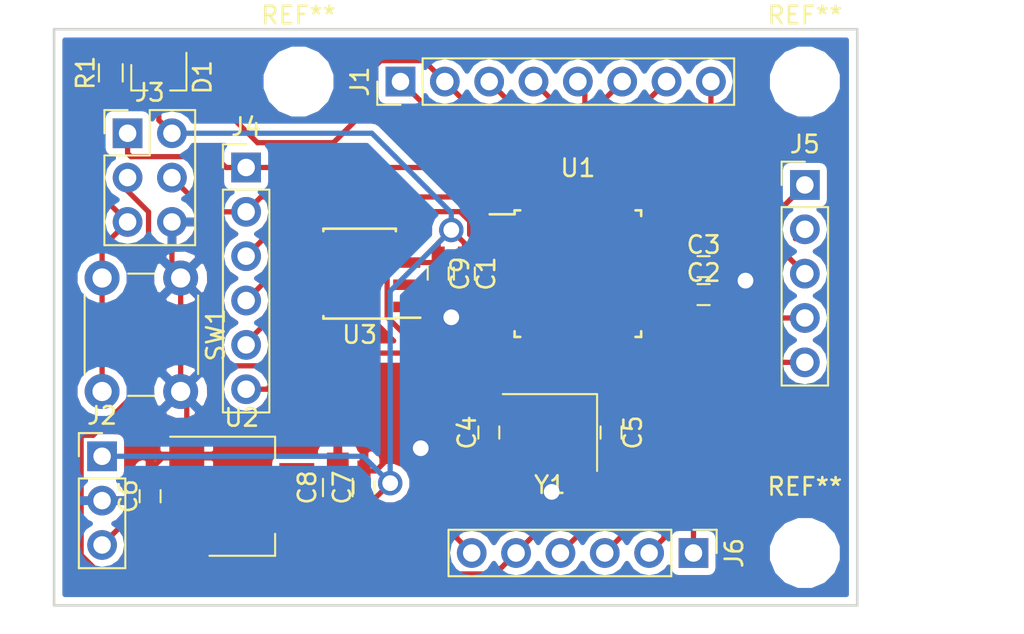
<source format=kicad_pcb>
(kicad_pcb (version 4) (host pcbnew 4.0.7+dfsg1-1~bpo9+1)

  (general
    (links 75)
    (no_connects 1)
    (area 57.924999 65.924999 104.075001 99.075001)
    (thickness 1.6)
    (drawings 4)
    (tracks 285)
    (zones 0)
    (modules 25)
    (nets 33)
  )

  (page A4)
  (layers
    (0 F.Cu signal)
    (31 B.Cu signal)
    (32 B.Adhes user)
    (33 F.Adhes user)
    (34 B.Paste user)
    (35 F.Paste user)
    (36 B.SilkS user)
    (37 F.SilkS user)
    (38 B.Mask user)
    (39 F.Mask user)
    (40 Dwgs.User user)
    (41 Cmts.User user)
    (42 Eco1.User user)
    (43 Eco2.User user)
    (44 Edge.Cuts user)
    (45 Margin user)
    (46 B.CrtYd user)
    (47 F.CrtYd user)
    (48 B.Fab user)
    (49 F.Fab user)
  )

  (setup
    (last_trace_width 0.3)
    (trace_clearance 0.2)
    (zone_clearance 0.508)
    (zone_45_only no)
    (trace_min 0.3)
    (segment_width 0.2)
    (edge_width 0.15)
    (via_size 1.4)
    (via_drill 0.9)
    (via_min_size 0.4)
    (via_min_drill 0.3)
    (uvia_size 0.3)
    (uvia_drill 0.1)
    (uvias_allowed no)
    (uvia_min_size 0.2)
    (uvia_min_drill 0.1)
    (pcb_text_width 0.3)
    (pcb_text_size 1.5 1.5)
    (mod_edge_width 0.15)
    (mod_text_size 1 1)
    (mod_text_width 0.15)
    (pad_size 1.524 1.524)
    (pad_drill 0.762)
    (pad_to_mask_clearance 0.2)
    (aux_axis_origin 0 0)
    (visible_elements FFFFFF7F)
    (pcbplotparams
      (layerselection 0x00030_80000001)
      (usegerberextensions false)
      (excludeedgelayer true)
      (linewidth 0.100000)
      (plotframeref false)
      (viasonmask false)
      (mode 1)
      (useauxorigin false)
      (hpglpennumber 1)
      (hpglpenspeed 20)
      (hpglpendiameter 15)
      (hpglpenoverlay 2)
      (psnegative false)
      (psa4output false)
      (plotreference true)
      (plotvalue true)
      (plotinvisibletext false)
      (padsonsilk false)
      (subtractmaskfromsilk false)
      (outputformat 1)
      (mirror false)
      (drillshape 1)
      (scaleselection 1)
      (outputdirectory ""))
  )

  (net 0 "")
  (net 1 GND)
  (net 2 +5V)
  (net 3 /XTAL+)
  (net 4 /XTAL-)
  (net 5 +BATT)
  (net 6 /28)
  (net 7 /27)
  (net 8 /26)
  (net 9 /25)
  (net 10 /24)
  (net 11 /23)
  (net 12 /22)
  (net 13 /18)
  (net 14 /17)
  (net 15 /16)
  (net 16 /15)
  (net 17 /14)
  (net 18 /29)
  (net 19 /30)
  (net 20 /31)
  (net 21 /32)
  (net 22 /1)
  (net 23 /2)
  (net 24 /3)
  (net 25 /8)
  (net 26 /9)
  (net 27 /12)
  (net 28 /13)
  (net 29 /CAN+)
  (net 30 /CAN-)
  (net 31 /TXCAN)
  (net 32 /RXCAN)

  (net_class Default "This is the default net class."
    (clearance 0.2)
    (trace_width 0.3)
    (via_dia 1.4)
    (via_drill 0.9)
    (uvia_dia 0.3)
    (uvia_drill 0.1)
    (add_net +5V)
    (add_net +BATT)
    (add_net /1)
    (add_net /12)
    (add_net /13)
    (add_net /14)
    (add_net /15)
    (add_net /16)
    (add_net /17)
    (add_net /18)
    (add_net /2)
    (add_net /22)
    (add_net /23)
    (add_net /24)
    (add_net /25)
    (add_net /26)
    (add_net /27)
    (add_net /28)
    (add_net /29)
    (add_net /3)
    (add_net /30)
    (add_net /31)
    (add_net /32)
    (add_net /8)
    (add_net /9)
    (add_net /CAN+)
    (add_net /CAN-)
    (add_net /RXCAN)
    (add_net /TXCAN)
    (add_net /XTAL+)
    (add_net /XTAL-)
    (add_net GND)
  )

  (module Mounting_Holes:MountingHole_3.2mm_M3_DIN965 (layer F.Cu) (tedit 56D1B4CB) (tstamp 5BB17D66)
    (at 101 69)
    (descr "Mounting Hole 3.2mm, no annular, M3, DIN965")
    (tags "mounting hole 3.2mm no annular m3 din965")
    (fp_text reference REF** (at 0 -3.8) (layer F.SilkS)
      (effects (font (size 1 1) (thickness 0.15)))
    )
    (fp_text value MountingHole_3.2mm_M3_DIN965 (at 0 3.8) (layer F.Fab)
      (effects (font (size 1 1) (thickness 0.15)))
    )
    (fp_circle (center 0 0) (end 2.8 0) (layer Cmts.User) (width 0.15))
    (fp_circle (center 0 0) (end 3.05 0) (layer F.CrtYd) (width 0.05))
    (pad 1 np_thru_hole circle (at 0 0) (size 3.2 3.2) (drill 3.2) (layers *.Cu *.Mask))
  )

  (module Mounting_Holes:MountingHole_3.2mm_M3_DIN965 (layer F.Cu) (tedit 56D1B4CB) (tstamp 5BABE3B8)
    (at 101 96)
    (descr "Mounting Hole 3.2mm, no annular, M3, DIN965")
    (tags "mounting hole 3.2mm no annular m3 din965")
    (fp_text reference REF** (at 0 -3.8) (layer F.SilkS)
      (effects (font (size 1 1) (thickness 0.15)))
    )
    (fp_text value MountingHole_3.2mm_M3_DIN965 (at 0 3.8) (layer F.Fab)
      (effects (font (size 1 1) (thickness 0.15)))
    )
    (fp_circle (center 0 0) (end 2.8 0) (layer Cmts.User) (width 0.15))
    (fp_circle (center 0 0) (end 3.05 0) (layer F.CrtYd) (width 0.05))
    (pad 1 np_thru_hole circle (at 0 0) (size 3.2 3.2) (drill 3.2) (layers *.Cu *.Mask))
  )

  (module Crystals:Crystal_SMD_SeikoEpson_FA238-4pin_3.2x2.5mm_HandSoldering (layer F.Cu) (tedit 58CD2E9D) (tstamp 5BA30964)
    (at 86.4 89.1 180)
    (descr "crystal Epson Toyocom FA-238 series http://www.mouser.com/ds/2/137/1721499-465440.pdf, hand-soldering, 3.2x2.5mm^2 package")
    (tags "SMD SMT crystal hand-soldering")
    (path /5B852FF5)
    (attr smd)
    (fp_text reference Y1 (at 0 -3 180) (layer F.SilkS)
      (effects (font (size 1 1) (thickness 0.15)))
    )
    (fp_text value 16MHz (at 0 3 180) (layer F.Fab)
      (effects (font (size 1 1) (thickness 0.15)))
    )
    (fp_text user %R (at 0 0 180) (layer F.Fab)
      (effects (font (size 0.7 0.7) (thickness 0.105)))
    )
    (fp_line (start -1.5 -1.25) (end 1.5 -1.25) (layer F.Fab) (width 0.1))
    (fp_line (start 1.5 -1.25) (end 1.6 -1.15) (layer F.Fab) (width 0.1))
    (fp_line (start 1.6 -1.15) (end 1.6 1.15) (layer F.Fab) (width 0.1))
    (fp_line (start 1.6 1.15) (end 1.5 1.25) (layer F.Fab) (width 0.1))
    (fp_line (start 1.5 1.25) (end -1.5 1.25) (layer F.Fab) (width 0.1))
    (fp_line (start -1.5 1.25) (end -1.6 1.15) (layer F.Fab) (width 0.1))
    (fp_line (start -1.6 1.15) (end -1.6 -1.15) (layer F.Fab) (width 0.1))
    (fp_line (start -1.6 -1.15) (end -1.5 -1.25) (layer F.Fab) (width 0.1))
    (fp_line (start -1.6 0.25) (end -0.6 1.25) (layer F.Fab) (width 0.1))
    (fp_line (start -2.7 -2.2) (end -2.7 2.2) (layer F.SilkS) (width 0.12))
    (fp_line (start -2.7 2.2) (end 2.7 2.2) (layer F.SilkS) (width 0.12))
    (fp_line (start -2.8 -2.3) (end -2.8 2.3) (layer F.CrtYd) (width 0.05))
    (fp_line (start -2.8 2.3) (end 2.8 2.3) (layer F.CrtYd) (width 0.05))
    (fp_line (start 2.8 2.3) (end 2.8 -2.3) (layer F.CrtYd) (width 0.05))
    (fp_line (start 2.8 -2.3) (end -2.8 -2.3) (layer F.CrtYd) (width 0.05))
    (pad 1 smd rect (at -1.45 1.1 180) (size 2.1 1.8) (layers F.Cu F.Paste F.Mask)
      (net 4 /XTAL-))
    (pad 2 smd rect (at 1.45 1.1 180) (size 2.1 1.8) (layers F.Cu F.Paste F.Mask)
      (net 1 GND))
    (pad 3 smd rect (at 1.45 -1.1 180) (size 2.1 1.8) (layers F.Cu F.Paste F.Mask)
      (net 3 /XTAL+))
    (pad 4 smd rect (at -1.45 -1.1 180) (size 2.1 1.8) (layers F.Cu F.Paste F.Mask)
      (net 1 GND))
    (model ${KISYS3DMOD}/Crystals.3dshapes/Crystal_SMD_SeikoEpson_FA238-4pin_3.2x2.5mm_HandSoldering.wrl
      (at (xyz 0 0 0))
      (scale (xyz 0.24 0.24 0.24))
      (rotate (xyz 0 0 0))
    )
  )

  (module Housings_QFP:TQFP-32_7x7mm_Pitch0.8mm (layer F.Cu) (tedit 58CC9A48) (tstamp 5BA330F0)
    (at 88 80)
    (descr "32-Lead Plastic Thin Quad Flatpack (PT) - 7x7x1.0 mm Body, 2.00 mm [TQFP] (see Microchip Packaging Specification 00000049BS.pdf)")
    (tags "QFP 0.8")
    (path /5B852B27)
    (attr smd)
    (fp_text reference U1 (at 0 -6.05) (layer F.SilkS)
      (effects (font (size 1 1) (thickness 0.15)))
    )
    (fp_text value ATMEGA16M1-AU (at 0 6.05) (layer F.Fab)
      (effects (font (size 1 1) (thickness 0.15)))
    )
    (fp_text user %R (at 0 0) (layer F.Fab)
      (effects (font (size 1 1) (thickness 0.15)))
    )
    (fp_line (start -2.5 -3.5) (end 3.5 -3.5) (layer F.Fab) (width 0.15))
    (fp_line (start 3.5 -3.5) (end 3.5 3.5) (layer F.Fab) (width 0.15))
    (fp_line (start 3.5 3.5) (end -3.5 3.5) (layer F.Fab) (width 0.15))
    (fp_line (start -3.5 3.5) (end -3.5 -2.5) (layer F.Fab) (width 0.15))
    (fp_line (start -3.5 -2.5) (end -2.5 -3.5) (layer F.Fab) (width 0.15))
    (fp_line (start -5.3 -5.3) (end -5.3 5.3) (layer F.CrtYd) (width 0.05))
    (fp_line (start 5.3 -5.3) (end 5.3 5.3) (layer F.CrtYd) (width 0.05))
    (fp_line (start -5.3 -5.3) (end 5.3 -5.3) (layer F.CrtYd) (width 0.05))
    (fp_line (start -5.3 5.3) (end 5.3 5.3) (layer F.CrtYd) (width 0.05))
    (fp_line (start -3.625 -3.625) (end -3.625 -3.4) (layer F.SilkS) (width 0.15))
    (fp_line (start 3.625 -3.625) (end 3.625 -3.3) (layer F.SilkS) (width 0.15))
    (fp_line (start 3.625 3.625) (end 3.625 3.3) (layer F.SilkS) (width 0.15))
    (fp_line (start -3.625 3.625) (end -3.625 3.3) (layer F.SilkS) (width 0.15))
    (fp_line (start -3.625 -3.625) (end -3.3 -3.625) (layer F.SilkS) (width 0.15))
    (fp_line (start -3.625 3.625) (end -3.3 3.625) (layer F.SilkS) (width 0.15))
    (fp_line (start 3.625 3.625) (end 3.3 3.625) (layer F.SilkS) (width 0.15))
    (fp_line (start 3.625 -3.625) (end 3.3 -3.625) (layer F.SilkS) (width 0.15))
    (fp_line (start -3.625 -3.4) (end -5.05 -3.4) (layer F.SilkS) (width 0.15))
    (pad 1 smd rect (at -4.25 -2.8) (size 1.6 0.55) (layers F.Cu F.Paste F.Mask)
      (net 22 /1))
    (pad 2 smd rect (at -4.25 -2) (size 1.6 0.55) (layers F.Cu F.Paste F.Mask)
      (net 23 /2))
    (pad 3 smd rect (at -4.25 -1.2) (size 1.6 0.55) (layers F.Cu F.Paste F.Mask)
      (net 24 /3))
    (pad 4 smd rect (at -4.25 -0.4) (size 1.6 0.55) (layers F.Cu F.Paste F.Mask)
      (net 2 +5V))
    (pad 5 smd rect (at -4.25 0.4) (size 1.6 0.55) (layers F.Cu F.Paste F.Mask)
      (net 1 GND))
    (pad 6 smd rect (at -4.25 1.2) (size 1.6 0.55) (layers F.Cu F.Paste F.Mask)
      (net 31 /TXCAN))
    (pad 7 smd rect (at -4.25 2) (size 1.6 0.55) (layers F.Cu F.Paste F.Mask)
      (net 32 /RXCAN))
    (pad 8 smd rect (at -4.25 2.8) (size 1.6 0.55) (layers F.Cu F.Paste F.Mask)
      (net 25 /8))
    (pad 9 smd rect (at -2.8 4.25 90) (size 1.6 0.55) (layers F.Cu F.Paste F.Mask)
      (net 26 /9))
    (pad 10 smd rect (at -2 4.25 90) (size 1.6 0.55) (layers F.Cu F.Paste F.Mask)
      (net 3 /XTAL+))
    (pad 11 smd rect (at -1.2 4.25 90) (size 1.6 0.55) (layers F.Cu F.Paste F.Mask)
      (net 4 /XTAL-))
    (pad 12 smd rect (at -0.4 4.25 90) (size 1.6 0.55) (layers F.Cu F.Paste F.Mask)
      (net 27 /12))
    (pad 13 smd rect (at 0.4 4.25 90) (size 1.6 0.55) (layers F.Cu F.Paste F.Mask)
      (net 28 /13))
    (pad 14 smd rect (at 1.2 4.25 90) (size 1.6 0.55) (layers F.Cu F.Paste F.Mask)
      (net 17 /14))
    (pad 15 smd rect (at 2 4.25 90) (size 1.6 0.55) (layers F.Cu F.Paste F.Mask)
      (net 16 /15))
    (pad 16 smd rect (at 2.8 4.25 90) (size 1.6 0.55) (layers F.Cu F.Paste F.Mask)
      (net 15 /16))
    (pad 17 smd rect (at 4.25 2.8) (size 1.6 0.55) (layers F.Cu F.Paste F.Mask)
      (net 14 /17))
    (pad 18 smd rect (at 4.25 2) (size 1.6 0.55) (layers F.Cu F.Paste F.Mask)
      (net 13 /18))
    (pad 19 smd rect (at 4.25 1.2) (size 1.6 0.55) (layers F.Cu F.Paste F.Mask)
      (net 2 +5V))
    (pad 20 smd rect (at 4.25 0.4) (size 1.6 0.55) (layers F.Cu F.Paste F.Mask)
      (net 1 GND))
    (pad 21 smd rect (at 4.25 -0.4) (size 1.6 0.55) (layers F.Cu F.Paste F.Mask)
      (net 2 +5V))
    (pad 22 smd rect (at 4.25 -1.2) (size 1.6 0.55) (layers F.Cu F.Paste F.Mask)
      (net 12 /22))
    (pad 23 smd rect (at 4.25 -2) (size 1.6 0.55) (layers F.Cu F.Paste F.Mask)
      (net 11 /23))
    (pad 24 smd rect (at 4.25 -2.8) (size 1.6 0.55) (layers F.Cu F.Paste F.Mask)
      (net 10 /24))
    (pad 25 smd rect (at 2.8 -4.25 90) (size 1.6 0.55) (layers F.Cu F.Paste F.Mask)
      (net 9 /25))
    (pad 26 smd rect (at 2 -4.25 90) (size 1.6 0.55) (layers F.Cu F.Paste F.Mask)
      (net 8 /26))
    (pad 27 smd rect (at 1.2 -4.25 90) (size 1.6 0.55) (layers F.Cu F.Paste F.Mask)
      (net 7 /27))
    (pad 28 smd rect (at 0.4 -4.25 90) (size 1.6 0.55) (layers F.Cu F.Paste F.Mask)
      (net 6 /28))
    (pad 29 smd rect (at -0.4 -4.25 90) (size 1.6 0.55) (layers F.Cu F.Paste F.Mask)
      (net 18 /29))
    (pad 30 smd rect (at -1.2 -4.25 90) (size 1.6 0.55) (layers F.Cu F.Paste F.Mask)
      (net 19 /30))
    (pad 31 smd rect (at -2 -4.25 90) (size 1.6 0.55) (layers F.Cu F.Paste F.Mask)
      (net 20 /31))
    (pad 32 smd rect (at -2.8 -4.25 90) (size 1.6 0.55) (layers F.Cu F.Paste F.Mask)
      (net 21 /32))
    (model ${KISYS3DMOD}/Housings_QFP.3dshapes/TQFP-32_7x7mm_Pitch0.8mm.wrl
      (at (xyz 0 0 0))
      (scale (xyz 1 1 1))
      (rotate (xyz 0 0 0))
    )
  )

  (module Capacitors_SMD:C_0603_HandSoldering (layer F.Cu) (tedit 58AA848B) (tstamp 5BA3094C)
    (at 89.9 89.1 270)
    (descr "Capacitor SMD 0603, hand soldering")
    (tags "capacitor 0603")
    (path /5B85341A)
    (attr smd)
    (fp_text reference C5 (at 0 -1.25 270) (layer F.SilkS)
      (effects (font (size 1 1) (thickness 0.15)))
    )
    (fp_text value 18pF (at 0 1.5 270) (layer F.Fab)
      (effects (font (size 1 1) (thickness 0.15)))
    )
    (fp_text user %R (at 0 -1.25 270) (layer F.Fab)
      (effects (font (size 1 1) (thickness 0.15)))
    )
    (fp_line (start -0.8 0.4) (end -0.8 -0.4) (layer F.Fab) (width 0.1))
    (fp_line (start 0.8 0.4) (end -0.8 0.4) (layer F.Fab) (width 0.1))
    (fp_line (start 0.8 -0.4) (end 0.8 0.4) (layer F.Fab) (width 0.1))
    (fp_line (start -0.8 -0.4) (end 0.8 -0.4) (layer F.Fab) (width 0.1))
    (fp_line (start -0.35 -0.6) (end 0.35 -0.6) (layer F.SilkS) (width 0.12))
    (fp_line (start 0.35 0.6) (end -0.35 0.6) (layer F.SilkS) (width 0.12))
    (fp_line (start -1.8 -0.65) (end 1.8 -0.65) (layer F.CrtYd) (width 0.05))
    (fp_line (start -1.8 -0.65) (end -1.8 0.65) (layer F.CrtYd) (width 0.05))
    (fp_line (start 1.8 0.65) (end 1.8 -0.65) (layer F.CrtYd) (width 0.05))
    (fp_line (start 1.8 0.65) (end -1.8 0.65) (layer F.CrtYd) (width 0.05))
    (pad 1 smd rect (at -0.95 0 270) (size 1.2 0.75) (layers F.Cu F.Paste F.Mask)
      (net 4 /XTAL-))
    (pad 2 smd rect (at 0.95 0 270) (size 1.2 0.75) (layers F.Cu F.Paste F.Mask)
      (net 1 GND))
    (model Capacitors_SMD.3dshapes/C_0603.wrl
      (at (xyz 0 0 0))
      (scale (xyz 1 1 1))
      (rotate (xyz 0 0 0))
    )
  )

  (module Capacitors_SMD:C_0603_HandSoldering (layer F.Cu) (tedit 58AA848B) (tstamp 5BA3093B)
    (at 82.9 89.1 90)
    (descr "Capacitor SMD 0603, hand soldering")
    (tags "capacitor 0603")
    (path /5B85334A)
    (attr smd)
    (fp_text reference C4 (at 0 -1.25 90) (layer F.SilkS)
      (effects (font (size 1 1) (thickness 0.15)))
    )
    (fp_text value 18pF (at 0 1.5 90) (layer F.Fab)
      (effects (font (size 1 1) (thickness 0.15)))
    )
    (fp_text user %R (at 0 -1.25 90) (layer F.Fab)
      (effects (font (size 1 1) (thickness 0.15)))
    )
    (fp_line (start -0.8 0.4) (end -0.8 -0.4) (layer F.Fab) (width 0.1))
    (fp_line (start 0.8 0.4) (end -0.8 0.4) (layer F.Fab) (width 0.1))
    (fp_line (start 0.8 -0.4) (end 0.8 0.4) (layer F.Fab) (width 0.1))
    (fp_line (start -0.8 -0.4) (end 0.8 -0.4) (layer F.Fab) (width 0.1))
    (fp_line (start -0.35 -0.6) (end 0.35 -0.6) (layer F.SilkS) (width 0.12))
    (fp_line (start 0.35 0.6) (end -0.35 0.6) (layer F.SilkS) (width 0.12))
    (fp_line (start -1.8 -0.65) (end 1.8 -0.65) (layer F.CrtYd) (width 0.05))
    (fp_line (start -1.8 -0.65) (end -1.8 0.65) (layer F.CrtYd) (width 0.05))
    (fp_line (start 1.8 0.65) (end 1.8 -0.65) (layer F.CrtYd) (width 0.05))
    (fp_line (start 1.8 0.65) (end -1.8 0.65) (layer F.CrtYd) (width 0.05))
    (pad 1 smd rect (at -0.95 0 90) (size 1.2 0.75) (layers F.Cu F.Paste F.Mask)
      (net 3 /XTAL+))
    (pad 2 smd rect (at 0.95 0 90) (size 1.2 0.75) (layers F.Cu F.Paste F.Mask)
      (net 1 GND))
    (model Capacitors_SMD.3dshapes/C_0603.wrl
      (at (xyz 0 0 0))
      (scale (xyz 1 1 1))
      (rotate (xyz 0 0 0))
    )
  )

  (module Capacitors_SMD:C_0603_HandSoldering (layer F.Cu) (tedit 58AA848B) (tstamp 5BA3092A)
    (at 95.2 79.6)
    (descr "Capacitor SMD 0603, hand soldering")
    (tags "capacitor 0603")
    (path /5B852D80)
    (attr smd)
    (fp_text reference C3 (at 0 -1.25) (layer F.SilkS)
      (effects (font (size 1 1) (thickness 0.15)))
    )
    (fp_text value 100nF (at 0 1.5) (layer F.Fab)
      (effects (font (size 1 1) (thickness 0.15)))
    )
    (fp_text user %R (at 0 -1.25) (layer F.Fab)
      (effects (font (size 1 1) (thickness 0.15)))
    )
    (fp_line (start -0.8 0.4) (end -0.8 -0.4) (layer F.Fab) (width 0.1))
    (fp_line (start 0.8 0.4) (end -0.8 0.4) (layer F.Fab) (width 0.1))
    (fp_line (start 0.8 -0.4) (end 0.8 0.4) (layer F.Fab) (width 0.1))
    (fp_line (start -0.8 -0.4) (end 0.8 -0.4) (layer F.Fab) (width 0.1))
    (fp_line (start -0.35 -0.6) (end 0.35 -0.6) (layer F.SilkS) (width 0.12))
    (fp_line (start 0.35 0.6) (end -0.35 0.6) (layer F.SilkS) (width 0.12))
    (fp_line (start -1.8 -0.65) (end 1.8 -0.65) (layer F.CrtYd) (width 0.05))
    (fp_line (start -1.8 -0.65) (end -1.8 0.65) (layer F.CrtYd) (width 0.05))
    (fp_line (start 1.8 0.65) (end 1.8 -0.65) (layer F.CrtYd) (width 0.05))
    (fp_line (start 1.8 0.65) (end -1.8 0.65) (layer F.CrtYd) (width 0.05))
    (pad 1 smd rect (at -0.95 0) (size 1.2 0.75) (layers F.Cu F.Paste F.Mask)
      (net 2 +5V))
    (pad 2 smd rect (at 0.95 0) (size 1.2 0.75) (layers F.Cu F.Paste F.Mask)
      (net 1 GND))
    (model Capacitors_SMD.3dshapes/C_0603.wrl
      (at (xyz 0 0 0))
      (scale (xyz 1 1 1))
      (rotate (xyz 0 0 0))
    )
  )

  (module Capacitors_SMD:C_0603_HandSoldering (layer F.Cu) (tedit 58AA848B) (tstamp 5BA30919)
    (at 95.2 81.2)
    (descr "Capacitor SMD 0603, hand soldering")
    (tags "capacitor 0603")
    (path /5B852D11)
    (attr smd)
    (fp_text reference C2 (at 0 -1.25) (layer F.SilkS)
      (effects (font (size 1 1) (thickness 0.15)))
    )
    (fp_text value 100nF (at 0 1.5) (layer F.Fab)
      (effects (font (size 1 1) (thickness 0.15)))
    )
    (fp_text user %R (at 0 -1.25) (layer F.Fab)
      (effects (font (size 1 1) (thickness 0.15)))
    )
    (fp_line (start -0.8 0.4) (end -0.8 -0.4) (layer F.Fab) (width 0.1))
    (fp_line (start 0.8 0.4) (end -0.8 0.4) (layer F.Fab) (width 0.1))
    (fp_line (start 0.8 -0.4) (end 0.8 0.4) (layer F.Fab) (width 0.1))
    (fp_line (start -0.8 -0.4) (end 0.8 -0.4) (layer F.Fab) (width 0.1))
    (fp_line (start -0.35 -0.6) (end 0.35 -0.6) (layer F.SilkS) (width 0.12))
    (fp_line (start 0.35 0.6) (end -0.35 0.6) (layer F.SilkS) (width 0.12))
    (fp_line (start -1.8 -0.65) (end 1.8 -0.65) (layer F.CrtYd) (width 0.05))
    (fp_line (start -1.8 -0.65) (end -1.8 0.65) (layer F.CrtYd) (width 0.05))
    (fp_line (start 1.8 0.65) (end 1.8 -0.65) (layer F.CrtYd) (width 0.05))
    (fp_line (start 1.8 0.65) (end -1.8 0.65) (layer F.CrtYd) (width 0.05))
    (pad 1 smd rect (at -0.95 0) (size 1.2 0.75) (layers F.Cu F.Paste F.Mask)
      (net 2 +5V))
    (pad 2 smd rect (at 0.95 0) (size 1.2 0.75) (layers F.Cu F.Paste F.Mask)
      (net 1 GND))
    (model Capacitors_SMD.3dshapes/C_0603.wrl
      (at (xyz 0 0 0))
      (scale (xyz 1 1 1))
      (rotate (xyz 0 0 0))
    )
  )

  (module Capacitors_SMD:C_0603_HandSoldering (layer F.Cu) (tedit 58AA848B) (tstamp 5BA30908)
    (at 81.5 80 270)
    (descr "Capacitor SMD 0603, hand soldering")
    (tags "capacitor 0603")
    (path /5B852CDF)
    (attr smd)
    (fp_text reference C1 (at 0 -1.25 270) (layer F.SilkS)
      (effects (font (size 1 1) (thickness 0.15)))
    )
    (fp_text value 100nF (at 0 1.5 270) (layer F.Fab)
      (effects (font (size 1 1) (thickness 0.15)))
    )
    (fp_text user %R (at 0 -1.25 270) (layer F.Fab)
      (effects (font (size 1 1) (thickness 0.15)))
    )
    (fp_line (start -0.8 0.4) (end -0.8 -0.4) (layer F.Fab) (width 0.1))
    (fp_line (start 0.8 0.4) (end -0.8 0.4) (layer F.Fab) (width 0.1))
    (fp_line (start 0.8 -0.4) (end 0.8 0.4) (layer F.Fab) (width 0.1))
    (fp_line (start -0.8 -0.4) (end 0.8 -0.4) (layer F.Fab) (width 0.1))
    (fp_line (start -0.35 -0.6) (end 0.35 -0.6) (layer F.SilkS) (width 0.12))
    (fp_line (start 0.35 0.6) (end -0.35 0.6) (layer F.SilkS) (width 0.12))
    (fp_line (start -1.8 -0.65) (end 1.8 -0.65) (layer F.CrtYd) (width 0.05))
    (fp_line (start -1.8 -0.65) (end -1.8 0.65) (layer F.CrtYd) (width 0.05))
    (fp_line (start 1.8 0.65) (end 1.8 -0.65) (layer F.CrtYd) (width 0.05))
    (fp_line (start 1.8 0.65) (end -1.8 0.65) (layer F.CrtYd) (width 0.05))
    (pad 1 smd rect (at -0.95 0 270) (size 1.2 0.75) (layers F.Cu F.Paste F.Mask)
      (net 2 +5V))
    (pad 2 smd rect (at 0.95 0 270) (size 1.2 0.75) (layers F.Cu F.Paste F.Mask)
      (net 1 GND))
    (model Capacitors_SMD.3dshapes/C_0603.wrl
      (at (xyz 0 0 0))
      (scale (xyz 1 1 1))
      (rotate (xyz 0 0 0))
    )
  )

  (module Capacitors_SMD:C_0805_HandSoldering (layer F.Cu) (tedit 58AA84A8) (tstamp 5BA353A6)
    (at 74.25 92.25 90)
    (descr "Capacitor SMD 0805, hand soldering")
    (tags "capacitor 0805")
    (path /5B853DED)
    (attr smd)
    (fp_text reference C8 (at 0 -1.75 90) (layer F.SilkS)
      (effects (font (size 1 1) (thickness 0.15)))
    )
    (fp_text value 22uF (at 0 1.75 90) (layer F.Fab)
      (effects (font (size 1 1) (thickness 0.15)))
    )
    (fp_text user %R (at 0 -1.75 90) (layer F.Fab)
      (effects (font (size 1 1) (thickness 0.15)))
    )
    (fp_line (start -1 0.62) (end -1 -0.62) (layer F.Fab) (width 0.1))
    (fp_line (start 1 0.62) (end -1 0.62) (layer F.Fab) (width 0.1))
    (fp_line (start 1 -0.62) (end 1 0.62) (layer F.Fab) (width 0.1))
    (fp_line (start -1 -0.62) (end 1 -0.62) (layer F.Fab) (width 0.1))
    (fp_line (start 0.5 -0.85) (end -0.5 -0.85) (layer F.SilkS) (width 0.12))
    (fp_line (start -0.5 0.85) (end 0.5 0.85) (layer F.SilkS) (width 0.12))
    (fp_line (start -2.25 -0.88) (end 2.25 -0.88) (layer F.CrtYd) (width 0.05))
    (fp_line (start -2.25 -0.88) (end -2.25 0.87) (layer F.CrtYd) (width 0.05))
    (fp_line (start 2.25 0.87) (end 2.25 -0.88) (layer F.CrtYd) (width 0.05))
    (fp_line (start 2.25 0.87) (end -2.25 0.87) (layer F.CrtYd) (width 0.05))
    (pad 1 smd rect (at -1.25 0 90) (size 1.5 1.25) (layers F.Cu F.Paste F.Mask)
      (net 2 +5V))
    (pad 2 smd rect (at 1.25 0 90) (size 1.5 1.25) (layers F.Cu F.Paste F.Mask)
      (net 1 GND))
    (model Capacitors_SMD.3dshapes/C_0805.wrl
      (at (xyz 0 0 0))
      (scale (xyz 1 1 1))
      (rotate (xyz 0 0 0))
    )
  )

  (module TO_SOT_Packages_SMD:SOT-223-3Lead_TabPin2 (layer F.Cu) (tedit 58CE4E7E) (tstamp 5BA353BC)
    (at 68.75 92.75)
    (descr "module CMS SOT223 4 pins")
    (tags "CMS SOT")
    (path /5B853B4E)
    (attr smd)
    (fp_text reference U2 (at 0 -4.5) (layer F.SilkS)
      (effects (font (size 1 1) (thickness 0.15)))
    )
    (fp_text value NCP1117-5.0_SOT223 (at 0 4.5) (layer F.Fab)
      (effects (font (size 1 1) (thickness 0.15)))
    )
    (fp_text user %R (at 0 0 90) (layer F.Fab)
      (effects (font (size 0.8 0.8) (thickness 0.12)))
    )
    (fp_line (start 1.91 3.41) (end 1.91 2.15) (layer F.SilkS) (width 0.12))
    (fp_line (start 1.91 -3.41) (end 1.91 -2.15) (layer F.SilkS) (width 0.12))
    (fp_line (start 4.4 -3.6) (end -4.4 -3.6) (layer F.CrtYd) (width 0.05))
    (fp_line (start 4.4 3.6) (end 4.4 -3.6) (layer F.CrtYd) (width 0.05))
    (fp_line (start -4.4 3.6) (end 4.4 3.6) (layer F.CrtYd) (width 0.05))
    (fp_line (start -4.4 -3.6) (end -4.4 3.6) (layer F.CrtYd) (width 0.05))
    (fp_line (start -1.85 -2.35) (end -0.85 -3.35) (layer F.Fab) (width 0.1))
    (fp_line (start -1.85 -2.35) (end -1.85 3.35) (layer F.Fab) (width 0.1))
    (fp_line (start -1.85 3.41) (end 1.91 3.41) (layer F.SilkS) (width 0.12))
    (fp_line (start -0.85 -3.35) (end 1.85 -3.35) (layer F.Fab) (width 0.1))
    (fp_line (start -4.1 -3.41) (end 1.91 -3.41) (layer F.SilkS) (width 0.12))
    (fp_line (start -1.85 3.35) (end 1.85 3.35) (layer F.Fab) (width 0.1))
    (fp_line (start 1.85 -3.35) (end 1.85 3.35) (layer F.Fab) (width 0.1))
    (pad 2 smd rect (at 3.15 0) (size 2 3.8) (layers F.Cu F.Paste F.Mask)
      (net 2 +5V))
    (pad 2 smd rect (at -3.15 0) (size 2 1.5) (layers F.Cu F.Paste F.Mask)
      (net 2 +5V))
    (pad 3 smd rect (at -3.15 2.3) (size 2 1.5) (layers F.Cu F.Paste F.Mask)
      (net 5 +BATT))
    (pad 1 smd rect (at -3.15 -2.3) (size 2 1.5) (layers F.Cu F.Paste F.Mask)
      (net 1 GND))
    (model ${KISYS3DMOD}/TO_SOT_Packages_SMD.3dshapes/SOT-223.wrl
      (at (xyz 0 0 0))
      (scale (xyz 1 1 1))
      (rotate (xyz 0 0 0))
    )
  )

  (module Diodes_SMD:D_SOT-23_ANK (layer F.Cu) (tedit 587CCEF9) (tstamp 5BABD4AF)
    (at 64 68.75 270)
    (descr "SOT-23, Single Diode")
    (tags SOT-23)
    (path /5B855F6F)
    (attr smd)
    (fp_text reference D1 (at 0 -2.5 270) (layer F.SilkS)
      (effects (font (size 1 1) (thickness 0.15)))
    )
    (fp_text value D_Schottky (at 0 2.5 270) (layer F.Fab)
      (effects (font (size 1 1) (thickness 0.15)))
    )
    (fp_text user %R (at 0 -2.5 270) (layer F.Fab)
      (effects (font (size 1 1) (thickness 0.15)))
    )
    (fp_line (start -0.15 -0.45) (end -0.4 -0.45) (layer F.Fab) (width 0.1))
    (fp_line (start -0.15 -0.25) (end 0.15 -0.45) (layer F.Fab) (width 0.1))
    (fp_line (start -0.15 -0.65) (end -0.15 -0.25) (layer F.Fab) (width 0.1))
    (fp_line (start 0.15 -0.45) (end -0.15 -0.65) (layer F.Fab) (width 0.1))
    (fp_line (start 0.15 -0.45) (end 0.4 -0.45) (layer F.Fab) (width 0.1))
    (fp_line (start 0.15 -0.65) (end 0.15 -0.25) (layer F.Fab) (width 0.1))
    (fp_line (start 0.76 1.58) (end 0.76 0.65) (layer F.SilkS) (width 0.12))
    (fp_line (start 0.76 -1.58) (end 0.76 -0.65) (layer F.SilkS) (width 0.12))
    (fp_line (start 0.7 -1.52) (end 0.7 1.52) (layer F.Fab) (width 0.1))
    (fp_line (start -0.7 1.52) (end 0.7 1.52) (layer F.Fab) (width 0.1))
    (fp_line (start -1.7 -1.75) (end 1.7 -1.75) (layer F.CrtYd) (width 0.05))
    (fp_line (start 1.7 -1.75) (end 1.7 1.75) (layer F.CrtYd) (width 0.05))
    (fp_line (start 1.7 1.75) (end -1.7 1.75) (layer F.CrtYd) (width 0.05))
    (fp_line (start -1.7 1.75) (end -1.7 -1.75) (layer F.CrtYd) (width 0.05))
    (fp_line (start 0.76 -1.58) (end -1.4 -1.58) (layer F.SilkS) (width 0.12))
    (fp_line (start -0.7 -1.52) (end 0.7 -1.52) (layer F.Fab) (width 0.1))
    (fp_line (start -0.7 -1.52) (end -0.7 1.52) (layer F.Fab) (width 0.1))
    (fp_line (start 0.76 1.58) (end -0.7 1.58) (layer F.SilkS) (width 0.12))
    (pad 2 smd rect (at -1 -0.95 270) (size 0.9 0.8) (layers F.Cu F.Paste F.Mask)
      (net 20 /31))
    (pad "" smd rect (at -1 0.95 270) (size 0.9 0.8) (layers F.Cu F.Paste F.Mask))
    (pad 1 smd rect (at 1 0 270) (size 0.9 0.8) (layers F.Cu F.Paste F.Mask)
      (net 2 +5V))
    (model ${KISYS3DMOD}/Diodes_SMD.3dshapes/D_SOT-23.wrl
      (at (xyz 0 0 0))
      (scale (xyz 1 1 1))
      (rotate (xyz 0 0 0))
    )
  )

  (module Pin_Headers:Pin_Header_Straight_2x03_Pitch2.54mm (layer F.Cu) (tedit 59650532) (tstamp 5BABD4CB)
    (at 62.21 71.96)
    (descr "Through hole straight pin header, 2x03, 2.54mm pitch, double rows")
    (tags "Through hole pin header THT 2x03 2.54mm double row")
    (path /5B855ACC)
    (fp_text reference J3 (at 1.27 -2.33) (layer F.SilkS)
      (effects (font (size 1 1) (thickness 0.15)))
    )
    (fp_text value Conn_02x03_Odd_Even (at 1.27 7.41) (layer F.Fab)
      (effects (font (size 1 1) (thickness 0.15)))
    )
    (fp_line (start 0 -1.27) (end 3.81 -1.27) (layer F.Fab) (width 0.1))
    (fp_line (start 3.81 -1.27) (end 3.81 6.35) (layer F.Fab) (width 0.1))
    (fp_line (start 3.81 6.35) (end -1.27 6.35) (layer F.Fab) (width 0.1))
    (fp_line (start -1.27 6.35) (end -1.27 0) (layer F.Fab) (width 0.1))
    (fp_line (start -1.27 0) (end 0 -1.27) (layer F.Fab) (width 0.1))
    (fp_line (start -1.33 6.41) (end 3.87 6.41) (layer F.SilkS) (width 0.12))
    (fp_line (start -1.33 1.27) (end -1.33 6.41) (layer F.SilkS) (width 0.12))
    (fp_line (start 3.87 -1.33) (end 3.87 6.41) (layer F.SilkS) (width 0.12))
    (fp_line (start -1.33 1.27) (end 1.27 1.27) (layer F.SilkS) (width 0.12))
    (fp_line (start 1.27 1.27) (end 1.27 -1.33) (layer F.SilkS) (width 0.12))
    (fp_line (start 1.27 -1.33) (end 3.87 -1.33) (layer F.SilkS) (width 0.12))
    (fp_line (start -1.33 0) (end -1.33 -1.33) (layer F.SilkS) (width 0.12))
    (fp_line (start -1.33 -1.33) (end 0 -1.33) (layer F.SilkS) (width 0.12))
    (fp_line (start -1.8 -1.8) (end -1.8 6.85) (layer F.CrtYd) (width 0.05))
    (fp_line (start -1.8 6.85) (end 4.35 6.85) (layer F.CrtYd) (width 0.05))
    (fp_line (start 4.35 6.85) (end 4.35 -1.8) (layer F.CrtYd) (width 0.05))
    (fp_line (start 4.35 -1.8) (end -1.8 -1.8) (layer F.CrtYd) (width 0.05))
    (fp_text user %R (at 1.27 2.54 90) (layer F.Fab)
      (effects (font (size 1 1) (thickness 0.15)))
    )
    (pad 1 thru_hole rect (at 0 0) (size 1.7 1.7) (drill 1) (layers *.Cu *.Mask)
      (net 22 /1))
    (pad 2 thru_hole oval (at 2.54 0) (size 1.7 1.7) (drill 1) (layers *.Cu *.Mask)
      (net 2 +5V))
    (pad 3 thru_hole oval (at 0 2.54) (size 1.7 1.7) (drill 1) (layers *.Cu *.Mask)
      (net 27 /12))
    (pad 4 thru_hole oval (at 2.54 2.54) (size 1.7 1.7) (drill 1) (layers *.Cu *.Mask)
      (net 23 /2))
    (pad 5 thru_hole oval (at 0 5.08) (size 1.7 1.7) (drill 1) (layers *.Cu *.Mask)
      (net 20 /31))
    (pad 6 thru_hole oval (at 2.54 5.08) (size 1.7 1.7) (drill 1) (layers *.Cu *.Mask)
      (net 1 GND))
    (model ${KISYS3DMOD}/Pin_Headers.3dshapes/Pin_Header_Straight_2x03_Pitch2.54mm.wrl
      (at (xyz 0 0 0))
      (scale (xyz 1 1 1))
      (rotate (xyz 0 0 0))
    )
  )

  (module Resistors_SMD:R_0603_HandSoldering (layer F.Cu) (tedit 58E0A804) (tstamp 5BABD4DC)
    (at 61.25 68.5 90)
    (descr "Resistor SMD 0603, hand soldering")
    (tags "resistor 0603")
    (path /5B85604C)
    (attr smd)
    (fp_text reference R1 (at 0 -1.45 90) (layer F.SilkS)
      (effects (font (size 1 1) (thickness 0.15)))
    )
    (fp_text value 100K (at 0 1.55 90) (layer F.Fab)
      (effects (font (size 1 1) (thickness 0.15)))
    )
    (fp_text user %R (at 0 0 90) (layer F.Fab)
      (effects (font (size 0.4 0.4) (thickness 0.075)))
    )
    (fp_line (start -0.8 0.4) (end -0.8 -0.4) (layer F.Fab) (width 0.1))
    (fp_line (start 0.8 0.4) (end -0.8 0.4) (layer F.Fab) (width 0.1))
    (fp_line (start 0.8 -0.4) (end 0.8 0.4) (layer F.Fab) (width 0.1))
    (fp_line (start -0.8 -0.4) (end 0.8 -0.4) (layer F.Fab) (width 0.1))
    (fp_line (start 0.5 0.68) (end -0.5 0.68) (layer F.SilkS) (width 0.12))
    (fp_line (start -0.5 -0.68) (end 0.5 -0.68) (layer F.SilkS) (width 0.12))
    (fp_line (start -1.96 -0.7) (end 1.95 -0.7) (layer F.CrtYd) (width 0.05))
    (fp_line (start -1.96 -0.7) (end -1.96 0.7) (layer F.CrtYd) (width 0.05))
    (fp_line (start 1.95 0.7) (end 1.95 -0.7) (layer F.CrtYd) (width 0.05))
    (fp_line (start 1.95 0.7) (end -1.96 0.7) (layer F.CrtYd) (width 0.05))
    (pad 1 smd rect (at -1.1 0 90) (size 1.2 0.9) (layers F.Cu F.Paste F.Mask)
      (net 2 +5V))
    (pad 2 smd rect (at 1.1 0 90) (size 1.2 0.9) (layers F.Cu F.Paste F.Mask)
      (net 20 /31))
    (model ${KISYS3DMOD}/Resistors_SMD.3dshapes/R_0603.wrl
      (at (xyz 0 0 0))
      (scale (xyz 1 1 1))
      (rotate (xyz 0 0 0))
    )
  )

  (module Buttons_Switches_THT:SW_PUSH_6mm (layer F.Cu) (tedit 5923F252) (tstamp 5BABD5AB)
    (at 65.25 80.25 270)
    (descr https://www.omron.com/ecb/products/pdf/en-b3f.pdf)
    (tags "tact sw push 6mm")
    (path /5B855FC1)
    (fp_text reference SW1 (at 3.25 -2 270) (layer F.SilkS)
      (effects (font (size 1 1) (thickness 0.15)))
    )
    (fp_text value SW_Push (at 3.75 6.7 270) (layer F.Fab)
      (effects (font (size 1 1) (thickness 0.15)))
    )
    (fp_text user %R (at 3.25 2.25 270) (layer F.Fab)
      (effects (font (size 1 1) (thickness 0.15)))
    )
    (fp_line (start 3.25 -0.75) (end 6.25 -0.75) (layer F.Fab) (width 0.1))
    (fp_line (start 6.25 -0.75) (end 6.25 5.25) (layer F.Fab) (width 0.1))
    (fp_line (start 6.25 5.25) (end 0.25 5.25) (layer F.Fab) (width 0.1))
    (fp_line (start 0.25 5.25) (end 0.25 -0.75) (layer F.Fab) (width 0.1))
    (fp_line (start 0.25 -0.75) (end 3.25 -0.75) (layer F.Fab) (width 0.1))
    (fp_line (start 7.75 6) (end 8 6) (layer F.CrtYd) (width 0.05))
    (fp_line (start 8 6) (end 8 5.75) (layer F.CrtYd) (width 0.05))
    (fp_line (start 7.75 -1.5) (end 8 -1.5) (layer F.CrtYd) (width 0.05))
    (fp_line (start 8 -1.5) (end 8 -1.25) (layer F.CrtYd) (width 0.05))
    (fp_line (start -1.5 -1.25) (end -1.5 -1.5) (layer F.CrtYd) (width 0.05))
    (fp_line (start -1.5 -1.5) (end -1.25 -1.5) (layer F.CrtYd) (width 0.05))
    (fp_line (start -1.5 5.75) (end -1.5 6) (layer F.CrtYd) (width 0.05))
    (fp_line (start -1.5 6) (end -1.25 6) (layer F.CrtYd) (width 0.05))
    (fp_line (start -1.25 -1.5) (end 7.75 -1.5) (layer F.CrtYd) (width 0.05))
    (fp_line (start -1.5 5.75) (end -1.5 -1.25) (layer F.CrtYd) (width 0.05))
    (fp_line (start 7.75 6) (end -1.25 6) (layer F.CrtYd) (width 0.05))
    (fp_line (start 8 -1.25) (end 8 5.75) (layer F.CrtYd) (width 0.05))
    (fp_line (start 1 5.5) (end 5.5 5.5) (layer F.SilkS) (width 0.12))
    (fp_line (start -0.25 1.5) (end -0.25 3) (layer F.SilkS) (width 0.12))
    (fp_line (start 5.5 -1) (end 1 -1) (layer F.SilkS) (width 0.12))
    (fp_line (start 6.75 3) (end 6.75 1.5) (layer F.SilkS) (width 0.12))
    (fp_circle (center 3.25 2.25) (end 1.25 2.5) (layer F.Fab) (width 0.1))
    (pad 2 thru_hole circle (at 0 4.5) (size 2 2) (drill 1.1) (layers *.Cu *.Mask)
      (net 20 /31))
    (pad 1 thru_hole circle (at 0 0) (size 2 2) (drill 1.1) (layers *.Cu *.Mask)
      (net 1 GND))
    (pad 2 thru_hole circle (at 6.5 4.5) (size 2 2) (drill 1.1) (layers *.Cu *.Mask)
      (net 20 /31))
    (pad 1 thru_hole circle (at 6.5 0) (size 2 2) (drill 1.1) (layers *.Cu *.Mask)
      (net 1 GND))
    (model ${KISYS3DMOD}/Buttons_Switches_THT.3dshapes/SW_PUSH_6mm.wrl
      (at (xyz 0.005 0 0))
      (scale (xyz 0.3937 0.3937 0.3937))
      (rotate (xyz 0 0 0))
    )
  )

  (module Mounting_Holes:MountingHole_3.2mm_M3_DIN965 (layer F.Cu) (tedit 56D1B4CB) (tstamp 5BABE3AF)
    (at 72 69)
    (descr "Mounting Hole 3.2mm, no annular, M3, DIN965")
    (tags "mounting hole 3.2mm no annular m3 din965")
    (fp_text reference REF** (at 0 -3.8) (layer F.SilkS)
      (effects (font (size 1 1) (thickness 0.15)))
    )
    (fp_text value MountingHole_3.2mm_M3_DIN965 (at 0 3.8) (layer F.Fab)
      (effects (font (size 1 1) (thickness 0.15)))
    )
    (fp_circle (center 0 0) (end 2.8 0) (layer Cmts.User) (width 0.15))
    (fp_circle (center 0 0) (end 3.05 0) (layer F.CrtYd) (width 0.05))
    (pad 1 np_thru_hole circle (at 0 0) (size 3.2 3.2) (drill 3.2) (layers *.Cu *.Mask))
  )

  (module Pin_Headers:Pin_Header_Straight_1x08_Pitch2.54mm (layer F.Cu) (tedit 59650532) (tstamp 5BAEAAB1)
    (at 77.84 69 90)
    (descr "Through hole straight pin header, 1x08, 2.54mm pitch, single row")
    (tags "Through hole pin header THT 1x08 2.54mm single row")
    (path /5B87ADAC)
    (fp_text reference J1 (at 0 -2.33 90) (layer F.SilkS)
      (effects (font (size 1 1) (thickness 0.15)))
    )
    (fp_text value Conn_01x08 (at 0 20.11 90) (layer F.Fab)
      (effects (font (size 1 1) (thickness 0.15)))
    )
    (fp_line (start -0.635 -1.27) (end 1.27 -1.27) (layer F.Fab) (width 0.1))
    (fp_line (start 1.27 -1.27) (end 1.27 19.05) (layer F.Fab) (width 0.1))
    (fp_line (start 1.27 19.05) (end -1.27 19.05) (layer F.Fab) (width 0.1))
    (fp_line (start -1.27 19.05) (end -1.27 -0.635) (layer F.Fab) (width 0.1))
    (fp_line (start -1.27 -0.635) (end -0.635 -1.27) (layer F.Fab) (width 0.1))
    (fp_line (start -1.33 19.11) (end 1.33 19.11) (layer F.SilkS) (width 0.12))
    (fp_line (start -1.33 1.27) (end -1.33 19.11) (layer F.SilkS) (width 0.12))
    (fp_line (start 1.33 1.27) (end 1.33 19.11) (layer F.SilkS) (width 0.12))
    (fp_line (start -1.33 1.27) (end 1.33 1.27) (layer F.SilkS) (width 0.12))
    (fp_line (start -1.33 0) (end -1.33 -1.33) (layer F.SilkS) (width 0.12))
    (fp_line (start -1.33 -1.33) (end 0 -1.33) (layer F.SilkS) (width 0.12))
    (fp_line (start -1.8 -1.8) (end -1.8 19.55) (layer F.CrtYd) (width 0.05))
    (fp_line (start -1.8 19.55) (end 1.8 19.55) (layer F.CrtYd) (width 0.05))
    (fp_line (start 1.8 19.55) (end 1.8 -1.8) (layer F.CrtYd) (width 0.05))
    (fp_line (start 1.8 -1.8) (end -1.8 -1.8) (layer F.CrtYd) (width 0.05))
    (fp_text user %R (at 0 8.89 180) (layer F.Fab)
      (effects (font (size 1 1) (thickness 0.15)))
    )
    (pad 1 thru_hole rect (at 0 0 90) (size 1.7 1.7) (drill 1) (layers *.Cu *.Mask)
      (net 21 /32))
    (pad 2 thru_hole oval (at 0 2.54 90) (size 1.7 1.7) (drill 1) (layers *.Cu *.Mask)
      (net 20 /31))
    (pad 3 thru_hole oval (at 0 5.08 90) (size 1.7 1.7) (drill 1) (layers *.Cu *.Mask)
      (net 19 /30))
    (pad 4 thru_hole oval (at 0 7.62 90) (size 1.7 1.7) (drill 1) (layers *.Cu *.Mask)
      (net 18 /29))
    (pad 5 thru_hole oval (at 0 10.16 90) (size 1.7 1.7) (drill 1) (layers *.Cu *.Mask)
      (net 6 /28))
    (pad 6 thru_hole oval (at 0 12.7 90) (size 1.7 1.7) (drill 1) (layers *.Cu *.Mask)
      (net 7 /27))
    (pad 7 thru_hole oval (at 0 15.24 90) (size 1.7 1.7) (drill 1) (layers *.Cu *.Mask)
      (net 8 /26))
    (pad 8 thru_hole oval (at 0 17.78 90) (size 1.7 1.7) (drill 1) (layers *.Cu *.Mask)
      (net 9 /25))
    (model ${KISYS3DMOD}/Pin_Headers.3dshapes/Pin_Header_Straight_1x08_Pitch2.54mm.wrl
      (at (xyz 0 0 0))
      (scale (xyz 1 1 1))
      (rotate (xyz 0 0 0))
    )
  )

  (module Pin_Headers:Pin_Header_Straight_1x03_Pitch2.54mm (layer F.Cu) (tedit 59650532) (tstamp 5BAEAAC8)
    (at 60.75 90.46)
    (descr "Through hole straight pin header, 1x03, 2.54mm pitch, single row")
    (tags "Through hole pin header THT 1x03 2.54mm single row")
    (path /5B87AE13)
    (fp_text reference J2 (at 0 -2.33) (layer F.SilkS)
      (effects (font (size 1 1) (thickness 0.15)))
    )
    (fp_text value Conn_01x03 (at 0 7.41) (layer F.Fab)
      (effects (font (size 1 1) (thickness 0.15)))
    )
    (fp_line (start -0.635 -1.27) (end 1.27 -1.27) (layer F.Fab) (width 0.1))
    (fp_line (start 1.27 -1.27) (end 1.27 6.35) (layer F.Fab) (width 0.1))
    (fp_line (start 1.27 6.35) (end -1.27 6.35) (layer F.Fab) (width 0.1))
    (fp_line (start -1.27 6.35) (end -1.27 -0.635) (layer F.Fab) (width 0.1))
    (fp_line (start -1.27 -0.635) (end -0.635 -1.27) (layer F.Fab) (width 0.1))
    (fp_line (start -1.33 6.41) (end 1.33 6.41) (layer F.SilkS) (width 0.12))
    (fp_line (start -1.33 1.27) (end -1.33 6.41) (layer F.SilkS) (width 0.12))
    (fp_line (start 1.33 1.27) (end 1.33 6.41) (layer F.SilkS) (width 0.12))
    (fp_line (start -1.33 1.27) (end 1.33 1.27) (layer F.SilkS) (width 0.12))
    (fp_line (start -1.33 0) (end -1.33 -1.33) (layer F.SilkS) (width 0.12))
    (fp_line (start -1.33 -1.33) (end 0 -1.33) (layer F.SilkS) (width 0.12))
    (fp_line (start -1.8 -1.8) (end -1.8 6.85) (layer F.CrtYd) (width 0.05))
    (fp_line (start -1.8 6.85) (end 1.8 6.85) (layer F.CrtYd) (width 0.05))
    (fp_line (start 1.8 6.85) (end 1.8 -1.8) (layer F.CrtYd) (width 0.05))
    (fp_line (start 1.8 -1.8) (end -1.8 -1.8) (layer F.CrtYd) (width 0.05))
    (fp_text user %R (at 0 2.54 90) (layer F.Fab)
      (effects (font (size 1 1) (thickness 0.15)))
    )
    (pad 1 thru_hole rect (at 0 0) (size 1.7 1.7) (drill 1) (layers *.Cu *.Mask)
      (net 2 +5V))
    (pad 2 thru_hole oval (at 0 2.54) (size 1.7 1.7) (drill 1) (layers *.Cu *.Mask)
      (net 1 GND))
    (pad 3 thru_hole oval (at 0 5.08) (size 1.7 1.7) (drill 1) (layers *.Cu *.Mask)
      (net 5 +BATT))
    (model ${KISYS3DMOD}/Pin_Headers.3dshapes/Pin_Header_Straight_1x03_Pitch2.54mm.wrl
      (at (xyz 0 0 0))
      (scale (xyz 1 1 1))
      (rotate (xyz 0 0 0))
    )
  )

  (module Pin_Headers:Pin_Header_Straight_1x06_Pitch2.54mm (layer F.Cu) (tedit 59650532) (tstamp 5BAEAAE2)
    (at 69 73.92)
    (descr "Through hole straight pin header, 1x06, 2.54mm pitch, single row")
    (tags "Through hole pin header THT 1x06 2.54mm single row")
    (path /5B87AE6C)
    (fp_text reference J4 (at 0 -2.33) (layer F.SilkS)
      (effects (font (size 1 1) (thickness 0.15)))
    )
    (fp_text value Conn_01x06 (at 0 15.03) (layer F.Fab)
      (effects (font (size 1 1) (thickness 0.15)))
    )
    (fp_line (start -0.635 -1.27) (end 1.27 -1.27) (layer F.Fab) (width 0.1))
    (fp_line (start 1.27 -1.27) (end 1.27 13.97) (layer F.Fab) (width 0.1))
    (fp_line (start 1.27 13.97) (end -1.27 13.97) (layer F.Fab) (width 0.1))
    (fp_line (start -1.27 13.97) (end -1.27 -0.635) (layer F.Fab) (width 0.1))
    (fp_line (start -1.27 -0.635) (end -0.635 -1.27) (layer F.Fab) (width 0.1))
    (fp_line (start -1.33 14.03) (end 1.33 14.03) (layer F.SilkS) (width 0.12))
    (fp_line (start -1.33 1.27) (end -1.33 14.03) (layer F.SilkS) (width 0.12))
    (fp_line (start 1.33 1.27) (end 1.33 14.03) (layer F.SilkS) (width 0.12))
    (fp_line (start -1.33 1.27) (end 1.33 1.27) (layer F.SilkS) (width 0.12))
    (fp_line (start -1.33 0) (end -1.33 -1.33) (layer F.SilkS) (width 0.12))
    (fp_line (start -1.33 -1.33) (end 0 -1.33) (layer F.SilkS) (width 0.12))
    (fp_line (start -1.8 -1.8) (end -1.8 14.5) (layer F.CrtYd) (width 0.05))
    (fp_line (start -1.8 14.5) (end 1.8 14.5) (layer F.CrtYd) (width 0.05))
    (fp_line (start 1.8 14.5) (end 1.8 -1.8) (layer F.CrtYd) (width 0.05))
    (fp_line (start 1.8 -1.8) (end -1.8 -1.8) (layer F.CrtYd) (width 0.05))
    (fp_text user %R (at 0 6.35 90) (layer F.Fab)
      (effects (font (size 1 1) (thickness 0.15)))
    )
    (pad 1 thru_hole rect (at 0 0) (size 1.7 1.7) (drill 1) (layers *.Cu *.Mask)
      (net 22 /1))
    (pad 2 thru_hole oval (at 0 2.54) (size 1.7 1.7) (drill 1) (layers *.Cu *.Mask)
      (net 23 /2))
    (pad 3 thru_hole oval (at 0 5.08) (size 1.7 1.7) (drill 1) (layers *.Cu *.Mask)
      (net 24 /3))
    (pad 4 thru_hole oval (at 0 7.62) (size 1.7 1.7) (drill 1) (layers *.Cu *.Mask)
      (net 30 /CAN-))
    (pad 5 thru_hole oval (at 0 10.16) (size 1.7 1.7) (drill 1) (layers *.Cu *.Mask)
      (net 29 /CAN+))
    (pad 6 thru_hole oval (at 0 12.7) (size 1.7 1.7) (drill 1) (layers *.Cu *.Mask)
      (net 25 /8))
    (model ${KISYS3DMOD}/Pin_Headers.3dshapes/Pin_Header_Straight_1x06_Pitch2.54mm.wrl
      (at (xyz 0 0 0))
      (scale (xyz 1 1 1))
      (rotate (xyz 0 0 0))
    )
  )

  (module Pin_Headers:Pin_Header_Straight_1x05_Pitch2.54mm (layer F.Cu) (tedit 59650532) (tstamp 5BAEAAFB)
    (at 101 74.92)
    (descr "Through hole straight pin header, 1x05, 2.54mm pitch, single row")
    (tags "Through hole pin header THT 1x05 2.54mm single row")
    (path /5B87B104)
    (fp_text reference J5 (at 0 -2.33) (layer F.SilkS)
      (effects (font (size 1 1) (thickness 0.15)))
    )
    (fp_text value Conn_01x05 (at 0 12.49) (layer F.Fab)
      (effects (font (size 1 1) (thickness 0.15)))
    )
    (fp_line (start -0.635 -1.27) (end 1.27 -1.27) (layer F.Fab) (width 0.1))
    (fp_line (start 1.27 -1.27) (end 1.27 11.43) (layer F.Fab) (width 0.1))
    (fp_line (start 1.27 11.43) (end -1.27 11.43) (layer F.Fab) (width 0.1))
    (fp_line (start -1.27 11.43) (end -1.27 -0.635) (layer F.Fab) (width 0.1))
    (fp_line (start -1.27 -0.635) (end -0.635 -1.27) (layer F.Fab) (width 0.1))
    (fp_line (start -1.33 11.49) (end 1.33 11.49) (layer F.SilkS) (width 0.12))
    (fp_line (start -1.33 1.27) (end -1.33 11.49) (layer F.SilkS) (width 0.12))
    (fp_line (start 1.33 1.27) (end 1.33 11.49) (layer F.SilkS) (width 0.12))
    (fp_line (start -1.33 1.27) (end 1.33 1.27) (layer F.SilkS) (width 0.12))
    (fp_line (start -1.33 0) (end -1.33 -1.33) (layer F.SilkS) (width 0.12))
    (fp_line (start -1.33 -1.33) (end 0 -1.33) (layer F.SilkS) (width 0.12))
    (fp_line (start -1.8 -1.8) (end -1.8 11.95) (layer F.CrtYd) (width 0.05))
    (fp_line (start -1.8 11.95) (end 1.8 11.95) (layer F.CrtYd) (width 0.05))
    (fp_line (start 1.8 11.95) (end 1.8 -1.8) (layer F.CrtYd) (width 0.05))
    (fp_line (start 1.8 -1.8) (end -1.8 -1.8) (layer F.CrtYd) (width 0.05))
    (fp_text user %R (at 0 5.08 90) (layer F.Fab)
      (effects (font (size 1 1) (thickness 0.15)))
    )
    (pad 1 thru_hole rect (at 0 0) (size 1.7 1.7) (drill 1) (layers *.Cu *.Mask)
      (net 10 /24))
    (pad 2 thru_hole oval (at 0 2.54) (size 1.7 1.7) (drill 1) (layers *.Cu *.Mask)
      (net 11 /23))
    (pad 3 thru_hole oval (at 0 5.08) (size 1.7 1.7) (drill 1) (layers *.Cu *.Mask)
      (net 12 /22))
    (pad 4 thru_hole oval (at 0 7.62) (size 1.7 1.7) (drill 1) (layers *.Cu *.Mask)
      (net 13 /18))
    (pad 5 thru_hole oval (at 0 10.16) (size 1.7 1.7) (drill 1) (layers *.Cu *.Mask)
      (net 14 /17))
    (model ${KISYS3DMOD}/Pin_Headers.3dshapes/Pin_Header_Straight_1x05_Pitch2.54mm.wrl
      (at (xyz 0 0 0))
      (scale (xyz 1 1 1))
      (rotate (xyz 0 0 0))
    )
  )

  (module Pin_Headers:Pin_Header_Straight_1x06_Pitch2.54mm (layer F.Cu) (tedit 59650532) (tstamp 5BAEAB15)
    (at 94.62 96 270)
    (descr "Through hole straight pin header, 1x06, 2.54mm pitch, single row")
    (tags "Through hole pin header THT 1x06 2.54mm single row")
    (path /5B87AED8)
    (fp_text reference J6 (at 0 -2.33 270) (layer F.SilkS)
      (effects (font (size 1 1) (thickness 0.15)))
    )
    (fp_text value Conn_01x06 (at 0 15.03 270) (layer F.Fab)
      (effects (font (size 1 1) (thickness 0.15)))
    )
    (fp_line (start -0.635 -1.27) (end 1.27 -1.27) (layer F.Fab) (width 0.1))
    (fp_line (start 1.27 -1.27) (end 1.27 13.97) (layer F.Fab) (width 0.1))
    (fp_line (start 1.27 13.97) (end -1.27 13.97) (layer F.Fab) (width 0.1))
    (fp_line (start -1.27 13.97) (end -1.27 -0.635) (layer F.Fab) (width 0.1))
    (fp_line (start -1.27 -0.635) (end -0.635 -1.27) (layer F.Fab) (width 0.1))
    (fp_line (start -1.33 14.03) (end 1.33 14.03) (layer F.SilkS) (width 0.12))
    (fp_line (start -1.33 1.27) (end -1.33 14.03) (layer F.SilkS) (width 0.12))
    (fp_line (start 1.33 1.27) (end 1.33 14.03) (layer F.SilkS) (width 0.12))
    (fp_line (start -1.33 1.27) (end 1.33 1.27) (layer F.SilkS) (width 0.12))
    (fp_line (start -1.33 0) (end -1.33 -1.33) (layer F.SilkS) (width 0.12))
    (fp_line (start -1.33 -1.33) (end 0 -1.33) (layer F.SilkS) (width 0.12))
    (fp_line (start -1.8 -1.8) (end -1.8 14.5) (layer F.CrtYd) (width 0.05))
    (fp_line (start -1.8 14.5) (end 1.8 14.5) (layer F.CrtYd) (width 0.05))
    (fp_line (start 1.8 14.5) (end 1.8 -1.8) (layer F.CrtYd) (width 0.05))
    (fp_line (start 1.8 -1.8) (end -1.8 -1.8) (layer F.CrtYd) (width 0.05))
    (fp_text user %R (at 0 6.35 360) (layer F.Fab)
      (effects (font (size 1 1) (thickness 0.15)))
    )
    (pad 1 thru_hole rect (at 0 0 270) (size 1.7 1.7) (drill 1) (layers *.Cu *.Mask)
      (net 15 /16))
    (pad 2 thru_hole oval (at 0 2.54 270) (size 1.7 1.7) (drill 1) (layers *.Cu *.Mask)
      (net 16 /15))
    (pad 3 thru_hole oval (at 0 5.08 270) (size 1.7 1.7) (drill 1) (layers *.Cu *.Mask)
      (net 17 /14))
    (pad 4 thru_hole oval (at 0 7.62 270) (size 1.7 1.7) (drill 1) (layers *.Cu *.Mask)
      (net 28 /13))
    (pad 5 thru_hole oval (at 0 10.16 270) (size 1.7 1.7) (drill 1) (layers *.Cu *.Mask)
      (net 27 /12))
    (pad 6 thru_hole oval (at 0 12.7 270) (size 1.7 1.7) (drill 1) (layers *.Cu *.Mask)
      (net 26 /9))
    (model ${KISYS3DMOD}/Pin_Headers.3dshapes/Pin_Header_Straight_1x06_Pitch2.54mm.wrl
      (at (xyz 0 0 0))
      (scale (xyz 1 1 1))
      (rotate (xyz 0 0 0))
    )
  )

  (module Housings_SOIC:SOIC-8_3.9x4.9mm_Pitch1.27mm (layer F.Cu) (tedit 58CD0CDA) (tstamp 5BAEAB32)
    (at 75.5 80 180)
    (descr "8-Lead Plastic Small Outline (SN) - Narrow, 3.90 mm Body [SOIC] (see Microchip Packaging Specification 00000049BS.pdf)")
    (tags "SOIC 1.27")
    (path /5B87A3D6)
    (attr smd)
    (fp_text reference U3 (at 0 -3.5 180) (layer F.SilkS)
      (effects (font (size 1 1) (thickness 0.15)))
    )
    (fp_text value MCP2561-E/SN (at 0 3.5 180) (layer F.Fab)
      (effects (font (size 1 1) (thickness 0.15)))
    )
    (fp_text user %R (at 0 0 180) (layer F.Fab)
      (effects (font (size 1 1) (thickness 0.15)))
    )
    (fp_line (start -0.95 -2.45) (end 1.95 -2.45) (layer F.Fab) (width 0.1))
    (fp_line (start 1.95 -2.45) (end 1.95 2.45) (layer F.Fab) (width 0.1))
    (fp_line (start 1.95 2.45) (end -1.95 2.45) (layer F.Fab) (width 0.1))
    (fp_line (start -1.95 2.45) (end -1.95 -1.45) (layer F.Fab) (width 0.1))
    (fp_line (start -1.95 -1.45) (end -0.95 -2.45) (layer F.Fab) (width 0.1))
    (fp_line (start -3.73 -2.7) (end -3.73 2.7) (layer F.CrtYd) (width 0.05))
    (fp_line (start 3.73 -2.7) (end 3.73 2.7) (layer F.CrtYd) (width 0.05))
    (fp_line (start -3.73 -2.7) (end 3.73 -2.7) (layer F.CrtYd) (width 0.05))
    (fp_line (start -3.73 2.7) (end 3.73 2.7) (layer F.CrtYd) (width 0.05))
    (fp_line (start -2.075 -2.575) (end -2.075 -2.525) (layer F.SilkS) (width 0.15))
    (fp_line (start 2.075 -2.575) (end 2.075 -2.43) (layer F.SilkS) (width 0.15))
    (fp_line (start 2.075 2.575) (end 2.075 2.43) (layer F.SilkS) (width 0.15))
    (fp_line (start -2.075 2.575) (end -2.075 2.43) (layer F.SilkS) (width 0.15))
    (fp_line (start -2.075 -2.575) (end 2.075 -2.575) (layer F.SilkS) (width 0.15))
    (fp_line (start -2.075 2.575) (end 2.075 2.575) (layer F.SilkS) (width 0.15))
    (fp_line (start -2.075 -2.525) (end -3.475 -2.525) (layer F.SilkS) (width 0.15))
    (pad 1 smd rect (at -2.7 -1.905 180) (size 1.55 0.6) (layers F.Cu F.Paste F.Mask)
      (net 31 /TXCAN))
    (pad 2 smd rect (at -2.7 -0.635 180) (size 1.55 0.6) (layers F.Cu F.Paste F.Mask)
      (net 1 GND))
    (pad 3 smd rect (at -2.7 0.635 180) (size 1.55 0.6) (layers F.Cu F.Paste F.Mask)
      (net 2 +5V))
    (pad 4 smd rect (at -2.7 1.905 180) (size 1.55 0.6) (layers F.Cu F.Paste F.Mask)
      (net 32 /RXCAN))
    (pad 5 smd rect (at 2.7 1.905 180) (size 1.55 0.6) (layers F.Cu F.Paste F.Mask))
    (pad 6 smd rect (at 2.7 0.635 180) (size 1.55 0.6) (layers F.Cu F.Paste F.Mask)
      (net 30 /CAN-))
    (pad 7 smd rect (at 2.7 -0.635 180) (size 1.55 0.6) (layers F.Cu F.Paste F.Mask)
      (net 29 /CAN+))
    (pad 8 smd rect (at 2.7 -1.905 180) (size 1.55 0.6) (layers F.Cu F.Paste F.Mask)
      (net 1 GND))
    (model ${KISYS3DMOD}/Housings_SOIC.3dshapes/SOIC-8_3.9x4.9mm_Pitch1.27mm.wrl
      (at (xyz 0 0 0))
      (scale (xyz 1 1 1))
      (rotate (xyz 0 0 0))
    )
  )

  (module Capacitors_SMD:C_0603_HandSoldering (layer F.Cu) (tedit 58AA848B) (tstamp 5BAEAA95)
    (at 80 80 270)
    (descr "Capacitor SMD 0603, hand soldering")
    (tags "capacitor 0603")
    (path /5B87A770)
    (attr smd)
    (fp_text reference C9 (at 0 -1.25 270) (layer F.SilkS)
      (effects (font (size 1 1) (thickness 0.15)))
    )
    (fp_text value 100nF (at 0 1.5 270) (layer F.Fab)
      (effects (font (size 1 1) (thickness 0.15)))
    )
    (fp_text user %R (at 0 -1.25 270) (layer F.Fab)
      (effects (font (size 1 1) (thickness 0.15)))
    )
    (fp_line (start -0.8 0.4) (end -0.8 -0.4) (layer F.Fab) (width 0.1))
    (fp_line (start 0.8 0.4) (end -0.8 0.4) (layer F.Fab) (width 0.1))
    (fp_line (start 0.8 -0.4) (end 0.8 0.4) (layer F.Fab) (width 0.1))
    (fp_line (start -0.8 -0.4) (end 0.8 -0.4) (layer F.Fab) (width 0.1))
    (fp_line (start -0.35 -0.6) (end 0.35 -0.6) (layer F.SilkS) (width 0.12))
    (fp_line (start 0.35 0.6) (end -0.35 0.6) (layer F.SilkS) (width 0.12))
    (fp_line (start -1.8 -0.65) (end 1.8 -0.65) (layer F.CrtYd) (width 0.05))
    (fp_line (start -1.8 -0.65) (end -1.8 0.65) (layer F.CrtYd) (width 0.05))
    (fp_line (start 1.8 0.65) (end 1.8 -0.65) (layer F.CrtYd) (width 0.05))
    (fp_line (start 1.8 0.65) (end -1.8 0.65) (layer F.CrtYd) (width 0.05))
    (pad 1 smd rect (at -0.95 0 270) (size 1.2 0.75) (layers F.Cu F.Paste F.Mask)
      (net 2 +5V))
    (pad 2 smd rect (at 0.95 0 270) (size 1.2 0.75) (layers F.Cu F.Paste F.Mask)
      (net 1 GND))
    (model Capacitors_SMD.3dshapes/C_0603.wrl
      (at (xyz 0 0 0))
      (scale (xyz 1 1 1))
      (rotate (xyz 0 0 0))
    )
  )

  (module Capacitors_SMD:C_0603_HandSoldering (layer F.Cu) (tedit 58AA848B) (tstamp 5BA35395)
    (at 75.75 92.25 90)
    (descr "Capacitor SMD 0603, hand soldering")
    (tags "capacitor 0603")
    (path /5B853E2B)
    (attr smd)
    (fp_text reference C7 (at 0 -1.25 90) (layer F.SilkS)
      (effects (font (size 1 1) (thickness 0.15)))
    )
    (fp_text value 100nF (at 0 1.5 90) (layer F.Fab)
      (effects (font (size 1 1) (thickness 0.15)))
    )
    (fp_text user %R (at 0 -1.25 90) (layer F.Fab)
      (effects (font (size 1 1) (thickness 0.15)))
    )
    (fp_line (start -0.8 0.4) (end -0.8 -0.4) (layer F.Fab) (width 0.1))
    (fp_line (start 0.8 0.4) (end -0.8 0.4) (layer F.Fab) (width 0.1))
    (fp_line (start 0.8 -0.4) (end 0.8 0.4) (layer F.Fab) (width 0.1))
    (fp_line (start -0.8 -0.4) (end 0.8 -0.4) (layer F.Fab) (width 0.1))
    (fp_line (start -0.35 -0.6) (end 0.35 -0.6) (layer F.SilkS) (width 0.12))
    (fp_line (start 0.35 0.6) (end -0.35 0.6) (layer F.SilkS) (width 0.12))
    (fp_line (start -1.8 -0.65) (end 1.8 -0.65) (layer F.CrtYd) (width 0.05))
    (fp_line (start -1.8 -0.65) (end -1.8 0.65) (layer F.CrtYd) (width 0.05))
    (fp_line (start 1.8 0.65) (end 1.8 -0.65) (layer F.CrtYd) (width 0.05))
    (fp_line (start 1.8 0.65) (end -1.8 0.65) (layer F.CrtYd) (width 0.05))
    (pad 1 smd rect (at -0.95 0 90) (size 1.2 0.75) (layers F.Cu F.Paste F.Mask)
      (net 2 +5V))
    (pad 2 smd rect (at 0.95 0 90) (size 1.2 0.75) (layers F.Cu F.Paste F.Mask)
      (net 1 GND))
    (model Capacitors_SMD.3dshapes/C_0603.wrl
      (at (xyz 0 0 0))
      (scale (xyz 1 1 1))
      (rotate (xyz 0 0 0))
    )
  )

  (module Capacitors_SMD:C_0603_HandSoldering (layer F.Cu) (tedit 58AA848B) (tstamp 5BA35384)
    (at 63.5 92.75 90)
    (descr "Capacitor SMD 0603, hand soldering")
    (tags "capacitor 0603")
    (path /5B853CF5)
    (attr smd)
    (fp_text reference C6 (at 0 -1.25 90) (layer F.SilkS)
      (effects (font (size 1 1) (thickness 0.15)))
    )
    (fp_text value 100nF (at 0 1.5 90) (layer F.Fab)
      (effects (font (size 1 1) (thickness 0.15)))
    )
    (fp_text user %R (at 0 -1.25 90) (layer F.Fab)
      (effects (font (size 1 1) (thickness 0.15)))
    )
    (fp_line (start -0.8 0.4) (end -0.8 -0.4) (layer F.Fab) (width 0.1))
    (fp_line (start 0.8 0.4) (end -0.8 0.4) (layer F.Fab) (width 0.1))
    (fp_line (start 0.8 -0.4) (end 0.8 0.4) (layer F.Fab) (width 0.1))
    (fp_line (start -0.8 -0.4) (end 0.8 -0.4) (layer F.Fab) (width 0.1))
    (fp_line (start -0.35 -0.6) (end 0.35 -0.6) (layer F.SilkS) (width 0.12))
    (fp_line (start 0.35 0.6) (end -0.35 0.6) (layer F.SilkS) (width 0.12))
    (fp_line (start -1.8 -0.65) (end 1.8 -0.65) (layer F.CrtYd) (width 0.05))
    (fp_line (start -1.8 -0.65) (end -1.8 0.65) (layer F.CrtYd) (width 0.05))
    (fp_line (start 1.8 0.65) (end 1.8 -0.65) (layer F.CrtYd) (width 0.05))
    (fp_line (start 1.8 0.65) (end -1.8 0.65) (layer F.CrtYd) (width 0.05))
    (pad 1 smd rect (at -0.95 0 90) (size 1.2 0.75) (layers F.Cu F.Paste F.Mask)
      (net 5 +BATT))
    (pad 2 smd rect (at 0.95 0 90) (size 1.2 0.75) (layers F.Cu F.Paste F.Mask)
      (net 1 GND))
    (model Capacitors_SMD.3dshapes/C_0603.wrl
      (at (xyz 0 0 0))
      (scale (xyz 1 1 1))
      (rotate (xyz 0 0 0))
    )
  )

  (gr_line (start 58 66) (end 58 99) (layer Edge.Cuts) (width 0.15))
  (gr_line (start 104 66) (end 58 66) (layer Edge.Cuts) (width 0.15))
  (gr_line (start 104 99) (end 104 66) (layer Edge.Cuts) (width 0.15))
  (gr_line (start 58 99) (end 104 99) (layer Edge.Cuts) (width 0.15))

  (segment (start 79 90) (end 80.5 91.5) (width 0.3) (layer B.Cu) (net 1))
  (segment (start 80.5 91.5) (end 80.75 91.5) (width 0.3) (layer B.Cu) (net 1))
  (segment (start 75.75 91.3) (end 76.425 91.3) (width 0.3) (layer F.Cu) (net 1))
  (segment (start 76.425 91.3) (end 77.725 90) (width 0.3) (layer F.Cu) (net 1))
  (segment (start 77.725 90) (end 79 90) (width 0.3) (layer F.Cu) (net 1))
  (via (at 79 90) (size 1.4) (drill 0.9) (layers F.Cu B.Cu) (net 1))
  (segment (start 65.25 80.25) (end 65.25 81.664213) (width 0.3) (layer F.Cu) (net 1))
  (segment (start 65.25 81.664213) (end 65.25 86.75) (width 0.3) (layer F.Cu) (net 1))
  (segment (start 64.75 77.04) (end 64.75 79.75) (width 0.3) (layer F.Cu) (net 1))
  (segment (start 64.75 79.75) (end 65.25 80.25) (width 0.3) (layer F.Cu) (net 1))
  (segment (start 97.6 80.4) (end 82.85 80.4) (width 0.3) (layer B.Cu) (net 1))
  (segment (start 82.85 80.4) (end 80.75 82.5) (width 0.3) (layer B.Cu) (net 1))
  (segment (start 96.15 80.4) (end 96.15 79.6) (width 0.3) (layer F.Cu) (net 1))
  (segment (start 96.15 81.2) (end 96.15 80.4) (width 0.3) (layer F.Cu) (net 1))
  (segment (start 96.15 80.4) (end 97.6 80.4) (width 0.3) (layer F.Cu) (net 1))
  (via (at 97.6 80.4) (size 1.4) (drill 0.9) (layers F.Cu B.Cu) (net 1))
  (segment (start 92.25 80.4) (end 96.025 80.4) (width 0.3) (layer F.Cu) (net 1))
  (segment (start 96.025 80.4) (end 96.15 80.275) (width 0.3) (layer F.Cu) (net 1))
  (segment (start 96.15 80.275) (end 96.15 79.6) (width 0.3) (layer F.Cu) (net 1))
  (segment (start 65.25 86.75) (end 66.719999 85.280001) (width 0.3) (layer F.Cu) (net 1))
  (segment (start 66.719999 85.280001) (end 70.024999 85.280001) (width 0.3) (layer F.Cu) (net 1))
  (segment (start 70.024999 85.280001) (end 72.8 82.505) (width 0.3) (layer F.Cu) (net 1))
  (segment (start 72.8 82.505) (end 72.8 81.905) (width 0.3) (layer F.Cu) (net 1))
  (segment (start 75.75 91.3) (end 75.75 91.075) (width 0.3) (layer F.Cu) (net 1))
  (segment (start 75.75 91.075) (end 75.875001 90.949999) (width 0.3) (layer F.Cu) (net 1))
  (segment (start 60.75 93) (end 62.525 93) (width 0.3) (layer F.Cu) (net 1))
  (segment (start 62.525 93) (end 63.5 92.025) (width 0.3) (layer F.Cu) (net 1))
  (segment (start 63.5 92.025) (end 63.5 91.8) (width 0.3) (layer F.Cu) (net 1))
  (segment (start 80.75 91.5) (end 81.75 92.5) (width 0.3) (layer B.Cu) (net 1))
  (segment (start 81.75 92.5) (end 86.5 92.5) (width 0.3) (layer B.Cu) (net 1))
  (segment (start 80.75 82.5) (end 80.75 91.5) (width 0.3) (layer B.Cu) (net 1))
  (segment (start 65.6 90.45) (end 65.6 87.1) (width 0.3) (layer F.Cu) (net 1))
  (segment (start 65.6 87.1) (end 65.25 86.75) (width 0.3) (layer F.Cu) (net 1))
  (segment (start 87.85 90.2) (end 87.85 91.15) (width 0.3) (layer F.Cu) (net 1))
  (segment (start 87.85 91.15) (end 86.5 92.5) (width 0.3) (layer F.Cu) (net 1))
  (via (at 86.5 92.5) (size 1.4) (drill 0.9) (layers F.Cu B.Cu) (net 1))
  (segment (start 82.9 88.15) (end 82.225 88.15) (width 0.3) (layer F.Cu) (net 1))
  (segment (start 82.225 88.15) (end 82.174999 88.200001) (width 0.3) (layer F.Cu) (net 1))
  (segment (start 82.174999 88.200001) (end 82.174999 90.930001) (width 0.3) (layer F.Cu) (net 1))
  (segment (start 82.174999 90.930001) (end 82.694999 91.450001) (width 0.3) (layer F.Cu) (net 1))
  (segment (start 82.694999 91.450001) (end 86.449999 91.450001) (width 0.3) (layer F.Cu) (net 1))
  (segment (start 86.449999 91.450001) (end 87.7 90.2) (width 0.3) (layer F.Cu) (net 1))
  (segment (start 87.7 90.2) (end 87.85 90.2) (width 0.3) (layer F.Cu) (net 1))
  (segment (start 87.85 90.2) (end 89.75 90.2) (width 0.3) (layer F.Cu) (net 1))
  (segment (start 89.75 90.2) (end 89.9 90.05) (width 0.3) (layer F.Cu) (net 1))
  (segment (start 84.95 88) (end 83.05 88) (width 0.3) (layer F.Cu) (net 1))
  (segment (start 83.05 88) (end 82.9 88.15) (width 0.3) (layer F.Cu) (net 1))
  (segment (start 92.25 80.4) (end 83.75 80.4) (width 0.3) (layer F.Cu) (net 1))
  (segment (start 78.2 80.635) (end 79.685 80.635) (width 0.3) (layer F.Cu) (net 1))
  (segment (start 79.685 80.635) (end 80 80.95) (width 0.3) (layer F.Cu) (net 1))
  (segment (start 80 80.95) (end 80 81.75) (width 0.3) (layer F.Cu) (net 1))
  (segment (start 80 81.75) (end 80.75 82.5) (width 0.3) (layer F.Cu) (net 1))
  (segment (start 81.5 80.95) (end 81.5 81.75) (width 0.3) (layer F.Cu) (net 1))
  (segment (start 81.5 81.75) (end 80.75 82.5) (width 0.3) (layer F.Cu) (net 1))
  (via (at 80.75 82.5) (size 1.4) (drill 0.9) (layers F.Cu B.Cu) (net 1))
  (segment (start 80 80.95) (end 81.5 80.95) (width 0.3) (layer F.Cu) (net 1))
  (segment (start 83.75 80.4) (end 82.05 80.4) (width 0.3) (layer F.Cu) (net 1))
  (segment (start 82.05 80.4) (end 81.5 80.95) (width 0.3) (layer F.Cu) (net 1))
  (segment (start 75.75 91.5) (end 75.75 91.475) (width 0.3) (layer F.Cu) (net 1))
  (segment (start 74.25 91) (end 74.25 90.875) (width 0.3) (layer F.Cu) (net 1))
  (segment (start 73.825 90.45) (end 66.9 90.45) (width 0.3) (layer F.Cu) (net 1))
  (segment (start 74.25 90.875) (end 73.825 90.45) (width 0.3) (layer F.Cu) (net 1))
  (segment (start 66.9 90.45) (end 65.6 90.45) (width 0.3) (layer F.Cu) (net 1))
  (segment (start 75.75 91.5) (end 74.75 91.5) (width 0.3) (layer F.Cu) (net 1))
  (segment (start 74.75 91.5) (end 74.25 91) (width 0.3) (layer F.Cu) (net 1))
  (segment (start 63.5 92) (end 63.5 91.25) (width 0.3) (layer F.Cu) (net 1))
  (segment (start 63.5 91.25) (end 64.3 90.45) (width 0.3) (layer F.Cu) (net 1))
  (segment (start 64.3 90.45) (end 65.6 90.45) (width 0.3) (layer F.Cu) (net 1))
  (segment (start 60.75 90.46) (end 75.71 90.46) (width 0.3) (layer B.Cu) (net 2))
  (segment (start 75.71 90.46) (end 77.25 92) (width 0.3) (layer B.Cu) (net 2))
  (segment (start 80.75 77.5) (end 80.75 76.510051) (width 0.3) (layer B.Cu) (net 2))
  (segment (start 80.75 76.510051) (end 76.199949 71.96) (width 0.3) (layer B.Cu) (net 2))
  (segment (start 76.199949 71.96) (end 65.952081 71.96) (width 0.3) (layer B.Cu) (net 2))
  (segment (start 65.952081 71.96) (end 64.75 71.96) (width 0.3) (layer B.Cu) (net 2))
  (segment (start 77.25 92) (end 77.25 81) (width 0.3) (layer B.Cu) (net 2))
  (segment (start 77.25 81) (end 80.75 77.5) (width 0.3) (layer B.Cu) (net 2))
  (segment (start 75.75 93.2) (end 76.05 93.2) (width 0.3) (layer F.Cu) (net 2))
  (segment (start 76.05 93.2) (end 77.25 92) (width 0.3) (layer F.Cu) (net 2))
  (via (at 77.25 92) (size 1.4) (drill 0.9) (layers F.Cu B.Cu) (net 2))
  (segment (start 78.2 79.365) (end 79.685 79.365) (width 0.3) (layer F.Cu) (net 2))
  (segment (start 79.685 79.365) (end 80 79.05) (width 0.3) (layer F.Cu) (net 2))
  (segment (start 81.5 79.05) (end 81.5 78.25) (width 0.3) (layer F.Cu) (net 2))
  (segment (start 81.5 78.25) (end 80.75 77.5) (width 0.3) (layer F.Cu) (net 2))
  (segment (start 80 79.05) (end 80 78.25) (width 0.3) (layer F.Cu) (net 2))
  (segment (start 80 78.25) (end 80.75 77.5) (width 0.3) (layer F.Cu) (net 2))
  (via (at 80.75 77.5) (size 1.4) (drill 0.9) (layers F.Cu B.Cu) (net 2))
  (segment (start 81.5 79.05) (end 80 79.05) (width 0.3) (layer F.Cu) (net 2))
  (segment (start 83.75 79.6) (end 82.05 79.6) (width 0.3) (layer F.Cu) (net 2))
  (segment (start 82.05 79.6) (end 81.5 79.05) (width 0.3) (layer F.Cu) (net 2))
  (segment (start 75.75 93) (end 76.021374 93) (width 0.3) (layer F.Cu) (net 2))
  (segment (start 61.25 69.6) (end 63.85 69.6) (width 0.3) (layer F.Cu) (net 2))
  (segment (start 63.85 69.6) (end 64 69.75) (width 0.3) (layer F.Cu) (net 2))
  (segment (start 64 69.75) (end 64 71.21) (width 0.3) (layer F.Cu) (net 2))
  (segment (start 64 71.21) (end 64.75 71.96) (width 0.3) (layer F.Cu) (net 2))
  (segment (start 74.25 93.5) (end 72.65 93.5) (width 0.3) (layer F.Cu) (net 2))
  (segment (start 72.65 93.5) (end 71.9 92.75) (width 0.3) (layer F.Cu) (net 2))
  (segment (start 75.75 93) (end 74.75 93) (width 0.3) (layer F.Cu) (net 2))
  (segment (start 74.75 93) (end 74.25 93.5) (width 0.3) (layer F.Cu) (net 2))
  (segment (start 65.6 92.75) (end 71.9 92.75) (width 0.3) (layer F.Cu) (net 2))
  (segment (start 83.75 79.6) (end 92.25 79.6) (width 0.3) (layer F.Cu) (net 2))
  (segment (start 94.25 79.6) (end 94.475 79.6) (width 0.3) (layer F.Cu) (net 2))
  (segment (start 94.475 79.6) (end 95.200001 78.874999) (width 0.3) (layer F.Cu) (net 2))
  (segment (start 95.200001 81.925001) (end 94.475 81.2) (width 0.3) (layer F.Cu) (net 2))
  (segment (start 95.200001 78.874999) (end 97.729001 78.874999) (width 0.3) (layer F.Cu) (net 2))
  (segment (start 97.729001 78.874999) (end 98.750001 79.895999) (width 0.3) (layer F.Cu) (net 2))
  (segment (start 98.750001 79.895999) (end 98.750001 80.904001) (width 0.3) (layer F.Cu) (net 2))
  (segment (start 98.750001 80.904001) (end 97.729001 81.925001) (width 0.3) (layer F.Cu) (net 2))
  (segment (start 97.729001 81.925001) (end 95.200001 81.925001) (width 0.3) (layer F.Cu) (net 2))
  (segment (start 94.475 81.2) (end 94.25 81.2) (width 0.3) (layer F.Cu) (net 2))
  (segment (start 92.25 79.6) (end 94.25 79.6) (width 0.3) (layer F.Cu) (net 2))
  (segment (start 92.25 81.2) (end 94.25 81.2) (width 0.3) (layer F.Cu) (net 2))
  (segment (start 86 86.469998) (end 86 84.25) (width 0.3) (layer F.Cu) (net 3))
  (segment (start 84.95 90.2) (end 83.05 90.2) (width 0.3) (layer F.Cu) (net 3))
  (segment (start 83.05 90.2) (end 82.9 90.05) (width 0.3) (layer F.Cu) (net 3))
  (segment (start 86 86.469998) (end 86.350001 86.819999) (width 0.3) (layer F.Cu) (net 3))
  (segment (start 86.350001 86.819999) (end 86.350001 90.149999) (width 0.3) (layer F.Cu) (net 3))
  (segment (start 86.3 90.2) (end 84.95 90.2) (width 0.3) (layer F.Cu) (net 3))
  (segment (start 86.350001 90.149999) (end 86.3 90.2) (width 0.3) (layer F.Cu) (net 3))
  (segment (start 86.8 86.4) (end 86.8 84.25) (width 0.3) (layer F.Cu) (net 4))
  (segment (start 87.85 88) (end 89.75 88) (width 0.3) (layer F.Cu) (net 4))
  (segment (start 89.75 88) (end 89.9 88.15) (width 0.3) (layer F.Cu) (net 4))
  (segment (start 86.8 86.4) (end 87.85 87.45) (width 0.3) (layer F.Cu) (net 4))
  (segment (start 87.85 87.45) (end 87.85 88) (width 0.3) (layer F.Cu) (net 4))
  (segment (start 87.85 88) (end 87.7 88) (width 0.3) (layer F.Cu) (net 4))
  (segment (start 60.75 95.54) (end 62.59 93.7) (width 0.3) (layer F.Cu) (net 5))
  (segment (start 62.59 93.7) (end 63.5 93.7) (width 0.3) (layer F.Cu) (net 5))
  (segment (start 65.35 95.05) (end 65.6 95.05) (width 0.3) (layer F.Cu) (net 5))
  (segment (start 63.5 93.5) (end 63.5 94.25) (width 0.3) (layer F.Cu) (net 5))
  (segment (start 63.5 94.25) (end 64.3 95.05) (width 0.3) (layer F.Cu) (net 5))
  (segment (start 64.3 95.05) (end 65.6 95.05) (width 0.3) (layer F.Cu) (net 5))
  (segment (start 88.4 75.75) (end 88.4 69.4) (width 0.3) (layer F.Cu) (net 6))
  (segment (start 88.4 69.4) (end 88 69) (width 0.3) (layer F.Cu) (net 6))
  (segment (start 89.2 75.75) (end 89.2 70.34) (width 0.3) (layer F.Cu) (net 7))
  (segment (start 89.2 70.34) (end 90.54 69) (width 0.3) (layer F.Cu) (net 7))
  (segment (start 90 75.75) (end 90 72.08) (width 0.3) (layer F.Cu) (net 8))
  (segment (start 90 72.08) (end 93.08 69) (width 0.3) (layer F.Cu) (net 8))
  (segment (start 90.8 75.75) (end 91.375 75.75) (width 0.3) (layer F.Cu) (net 9))
  (segment (start 95.62 71.505) (end 95.62 70.202081) (width 0.3) (layer F.Cu) (net 9))
  (segment (start 91.375 75.75) (end 95.62 71.505) (width 0.3) (layer F.Cu) (net 9))
  (segment (start 95.62 70.202081) (end 95.62 69) (width 0.3) (layer F.Cu) (net 9))
  (segment (start 92.25 77.2) (end 98.72 77.2) (width 0.3) (layer F.Cu) (net 10))
  (segment (start 98.72 77.2) (end 101 74.92) (width 0.3) (layer F.Cu) (net 10))
  (segment (start 100.46 78) (end 101 77.46) (width 0.3) (layer F.Cu) (net 11))
  (segment (start 92.25 78.8) (end 93.35 78.8) (width 0.3) (layer F.Cu) (net 12))
  (segment (start 93.35 78.8) (end 93.95 78.2) (width 0.3) (layer F.Cu) (net 12))
  (segment (start 93.95 78.2) (end 99.2 78.2) (width 0.3) (layer F.Cu) (net 12))
  (segment (start 99.2 78.2) (end 100.150001 79.150001) (width 0.3) (layer F.Cu) (net 12))
  (segment (start 100.150001 79.150001) (end 101 80) (width 0.3) (layer F.Cu) (net 12))
  (segment (start 92.25 82) (end 94.56788 82) (width 0.3) (layer F.Cu) (net 13))
  (segment (start 94.56788 82) (end 95.10788 82.54) (width 0.3) (layer F.Cu) (net 13))
  (segment (start 95.10788 82.54) (end 99.797919 82.54) (width 0.3) (layer F.Cu) (net 13))
  (segment (start 99.797919 82.54) (end 101 82.54) (width 0.3) (layer F.Cu) (net 13))
  (segment (start 92.25 82.8) (end 94.66076 82.8) (width 0.3) (layer F.Cu) (net 14))
  (segment (start 94.66076 82.8) (end 96.94076 85.08) (width 0.3) (layer F.Cu) (net 14))
  (segment (start 96.94076 85.08) (end 99.797919 85.08) (width 0.3) (layer F.Cu) (net 14))
  (segment (start 99.797919 85.08) (end 101 85.08) (width 0.3) (layer F.Cu) (net 14))
  (segment (start 90.8 84.25) (end 90.8 84.59288) (width 0.3) (layer F.Cu) (net 15))
  (segment (start 90.8 84.59288) (end 94.62 88.41288) (width 0.3) (layer F.Cu) (net 15))
  (segment (start 94.62 88.41288) (end 94.62 94.85) (width 0.3) (layer F.Cu) (net 15))
  (segment (start 94.62 94.85) (end 94.62 96) (width 0.3) (layer F.Cu) (net 15))
  (segment (start 90 84.25) (end 90 85.155002) (width 0.3) (layer F.Cu) (net 16))
  (segment (start 90 85.155002) (end 90.544967 85.699969) (width 0.3) (layer F.Cu) (net 16))
  (segment (start 91.199969 85.699969) (end 92.929999 87.429999) (width 0.3) (layer F.Cu) (net 16))
  (segment (start 90.544967 85.699969) (end 91.199969 85.699969) (width 0.3) (layer F.Cu) (net 16))
  (segment (start 92.929999 87.429999) (end 92.929999 95.150001) (width 0.3) (layer F.Cu) (net 16))
  (segment (start 92.929999 95.150001) (end 92.08 96) (width 0.3) (layer F.Cu) (net 16))
  (segment (start 89.2 84.25) (end 89.2 85.155002) (width 0.3) (layer F.Cu) (net 17))
  (segment (start 89.2 85.155002) (end 90.244977 86.199979) (width 0.3) (layer F.Cu) (net 17))
  (segment (start 90.244977 86.199979) (end 90.969221 86.199979) (width 0.3) (layer F.Cu) (net 17))
  (segment (start 90.969221 86.199979) (end 91.625021 86.855779) (width 0.3) (layer F.Cu) (net 17))
  (segment (start 91.625021 86.855779) (end 91.625021 93.914979) (width 0.3) (layer F.Cu) (net 17))
  (segment (start 91.625021 93.914979) (end 90.389999 95.150001) (width 0.3) (layer F.Cu) (net 17))
  (segment (start 90.389999 95.150001) (end 89.54 96) (width 0.3) (layer F.Cu) (net 17))
  (segment (start 87.6 75.75) (end 87.6 71.14) (width 0.3) (layer F.Cu) (net 18))
  (segment (start 87.6 71.14) (end 85.46 69) (width 0.3) (layer F.Cu) (net 18))
  (segment (start 87.425001 75.575001) (end 87.6 75.75) (width 0.3) (layer F.Cu) (net 18))
  (segment (start 86.8 75.75) (end 86.8 72.88) (width 0.3) (layer F.Cu) (net 19))
  (segment (start 86.8 72.88) (end 82.92 69) (width 0.3) (layer F.Cu) (net 19))
  (segment (start 86 75.75) (end 86 74.62) (width 0.3) (layer F.Cu) (net 20))
  (segment (start 86 74.62) (end 80.38 69) (width 0.3) (layer F.Cu) (net 20))
  (segment (start 76 70.5) (end 76 68.509998) (width 0.3) (layer F.Cu) (net 20))
  (segment (start 76 68.509998) (end 76.709999 67.799999) (width 0.3) (layer F.Cu) (net 20))
  (segment (start 76.709999 67.799999) (end 79.179999 67.799999) (width 0.3) (layer F.Cu) (net 20))
  (segment (start 79.179999 67.799999) (end 79.530001 68.150001) (width 0.3) (layer F.Cu) (net 20))
  (segment (start 79.530001 68.150001) (end 80.38 69) (width 0.3) (layer F.Cu) (net 20))
  (segment (start 74 72.5) (end 76 70.5) (width 0.3) (layer F.Cu) (net 20))
  (segment (start 69.65 72.5) (end 74 72.5) (width 0.3) (layer F.Cu) (net 20))
  (segment (start 64.95 67.75) (end 64.95 67.8) (width 0.3) (layer F.Cu) (net 20))
  (segment (start 64.95 67.8) (end 69.65 72.5) (width 0.3) (layer F.Cu) (net 20))
  (segment (start 62.21 77.04) (end 60.449999 75.279999) (width 0.3) (layer F.Cu) (net 20))
  (segment (start 60.449999 75.279999) (end 60.449999 68.350001) (width 0.3) (layer F.Cu) (net 20))
  (segment (start 60.449999 68.350001) (end 61.25 67.55) (width 0.3) (layer F.Cu) (net 20))
  (segment (start 61.25 67.55) (end 61.25 67.4) (width 0.3) (layer F.Cu) (net 20))
  (segment (start 60.75 80.25) (end 60.75 86.75) (width 0.3) (layer F.Cu) (net 20))
  (segment (start 60.75 80.25) (end 60.75 78.5) (width 0.3) (layer F.Cu) (net 20))
  (segment (start 60.75 78.5) (end 62.21 77.04) (width 0.3) (layer F.Cu) (net 20))
  (segment (start 61.25 67.4) (end 62 67.4) (width 0.3) (layer F.Cu) (net 20))
  (segment (start 62 67.4) (end 62.450001 66.949999) (width 0.3) (layer F.Cu) (net 20))
  (segment (start 62.450001 66.949999) (end 64.199999 66.949999) (width 0.3) (layer F.Cu) (net 20))
  (segment (start 64.199999 66.949999) (end 64.95 67.7) (width 0.3) (layer F.Cu) (net 20))
  (segment (start 64.95 67.7) (end 64.95 67.75) (width 0.3) (layer F.Cu) (net 20))
  (segment (start 85.2 75.75) (end 84.625 75.75) (width 0.3) (layer F.Cu) (net 21))
  (segment (start 84.625 75.75) (end 77.875 69) (width 0.3) (layer F.Cu) (net 21))
  (segment (start 77.875 69) (end 77.84 69) (width 0.3) (layer F.Cu) (net 21))
  (segment (start 62.21 71.96) (end 62.21 73.11) (width 0.3) (layer F.Cu) (net 22))
  (segment (start 62.399999 73.299999) (end 67.229999 73.299999) (width 0.3) (layer F.Cu) (net 22))
  (segment (start 62.21 73.11) (end 62.399999 73.299999) (width 0.3) (layer F.Cu) (net 22))
  (segment (start 67.229999 73.299999) (end 67.85 73.92) (width 0.3) (layer F.Cu) (net 22))
  (segment (start 67.85 73.92) (end 69 73.92) (width 0.3) (layer F.Cu) (net 22))
  (segment (start 83.75 77.2) (end 83.75 76.625) (width 0.3) (layer F.Cu) (net 22))
  (segment (start 83.75 76.625) (end 81.045 73.92) (width 0.3) (layer F.Cu) (net 22))
  (segment (start 81.045 73.92) (end 70.15 73.92) (width 0.3) (layer F.Cu) (net 22))
  (segment (start 70.15 73.92) (end 69 73.92) (width 0.3) (layer F.Cu) (net 22))
  (segment (start 64.75 74.5) (end 66.71 76.46) (width 0.3) (layer F.Cu) (net 23))
  (segment (start 66.71 76.46) (end 69 76.46) (width 0.3) (layer F.Cu) (net 23))
  (segment (start 83.75 78) (end 82.844998 78) (width 0.3) (layer F.Cu) (net 23))
  (segment (start 82.844998 78) (end 82.300011 77.455013) (width 0.3) (layer F.Cu) (net 23))
  (segment (start 82.300011 77.455013) (end 82.300011 76.788889) (width 0.3) (layer F.Cu) (net 23))
  (segment (start 82.300011 76.788889) (end 81.121123 75.610001) (width 0.3) (layer F.Cu) (net 23))
  (segment (start 81.121123 75.610001) (end 69.849999 75.610001) (width 0.3) (layer F.Cu) (net 23))
  (segment (start 69.849999 75.610001) (end 69 76.46) (width 0.3) (layer F.Cu) (net 23))
  (segment (start 83.75 78.8) (end 82.844998 78.8) (width 0.3) (layer F.Cu) (net 24))
  (segment (start 81.800001 76.995999) (end 81.254001 76.449999) (width 0.3) (layer F.Cu) (net 24))
  (segment (start 82.844998 78.8) (end 81.800001 77.755003) (width 0.3) (layer F.Cu) (net 24))
  (segment (start 81.800001 77.755003) (end 81.800001 76.995999) (width 0.3) (layer F.Cu) (net 24))
  (segment (start 81.254001 76.449999) (end 71.550001 76.449999) (width 0.3) (layer F.Cu) (net 24))
  (segment (start 71.550001 76.449999) (end 69.849999 78.150001) (width 0.3) (layer F.Cu) (net 24))
  (segment (start 69.849999 78.150001) (end 69 79) (width 0.3) (layer F.Cu) (net 24))
  (segment (start 83.75 82.8) (end 83.75 83.375) (width 0.3) (layer F.Cu) (net 25))
  (segment (start 83.75 83.375) (end 82.574979 84.550021) (width 0.3) (layer F.Cu) (net 25))
  (segment (start 70.202081 86.62) (end 69 86.62) (width 0.3) (layer F.Cu) (net 25))
  (segment (start 82.574979 84.550021) (end 71.462099 84.550021) (width 0.3) (layer F.Cu) (net 25))
  (segment (start 71.462099 84.550021) (end 70.50606 85.50606) (width 0.3) (layer F.Cu) (net 25))
  (segment (start 70.50606 85.50606) (end 70.50606 86.316021) (width 0.3) (layer F.Cu) (net 25))
  (segment (start 70.50606 86.316021) (end 70.202081 86.62) (width 0.3) (layer F.Cu) (net 25))
  (segment (start 85.2 84.25) (end 84.625 84.25) (width 0.3) (layer F.Cu) (net 26))
  (segment (start 84.625 84.25) (end 81.070001 87.804999) (width 0.3) (layer F.Cu) (net 26))
  (segment (start 81.070001 87.804999) (end 81.070001 95.150001) (width 0.3) (layer F.Cu) (net 26))
  (segment (start 81.070001 95.150001) (end 81.92 96) (width 0.3) (layer F.Cu) (net 26))
  (segment (start 62.21 74.5) (end 62.21 75.263998) (width 0.3) (layer F.Cu) (net 27))
  (segment (start 62.21 75.263998) (end 63.410001 76.463999) (width 0.3) (layer F.Cu) (net 27))
  (segment (start 63.410001 76.463999) (end 63.410001 86.088001) (width 0.3) (layer F.Cu) (net 27))
  (segment (start 59.549999 89.329999) (end 59.549999 96.116001) (width 0.3) (layer F.Cu) (net 27))
  (segment (start 63.410001 86.088001) (end 60.238003 89.259999) (width 0.3) (layer F.Cu) (net 27))
  (segment (start 60.238003 89.259999) (end 59.619999 89.259999) (width 0.3) (layer F.Cu) (net 27))
  (segment (start 59.619999 89.259999) (end 59.549999 89.329999) (width 0.3) (layer F.Cu) (net 27))
  (segment (start 59.549999 96.116001) (end 60.633999 97.200001) (width 0.3) (layer F.Cu) (net 27))
  (segment (start 60.633999 97.200001) (end 83.259999 97.200001) (width 0.3) (layer F.Cu) (net 27))
  (segment (start 83.259999 97.200001) (end 83.610001 96.849999) (width 0.3) (layer F.Cu) (net 27))
  (segment (start 83.610001 96.849999) (end 84.46 96) (width 0.3) (layer F.Cu) (net 27))
  (segment (start 87.6 84.25) (end 87.6 85.169998) (width 0.3) (layer F.Cu) (net 27))
  (segment (start 87.6 85.169998) (end 89.630001 87.199999) (width 0.3) (layer F.Cu) (net 27))
  (segment (start 90.555001 87.199999) (end 90.625001 87.269999) (width 0.3) (layer F.Cu) (net 27))
  (segment (start 89.630001 87.199999) (end 90.555001 87.199999) (width 0.3) (layer F.Cu) (net 27))
  (segment (start 90.625001 87.269999) (end 90.625001 90.930001) (width 0.3) (layer F.Cu) (net 27))
  (segment (start 90.625001 90.930001) (end 88.005001 93.550001) (width 0.3) (layer F.Cu) (net 27))
  (segment (start 88.005001 93.550001) (end 86.909999 93.550001) (width 0.3) (layer F.Cu) (net 27))
  (segment (start 86.909999 93.550001) (end 84.46 96) (width 0.3) (layer F.Cu) (net 27))
  (segment (start 91.125011 87.062889) (end 91.125011 91.874989) (width 0.3) (layer F.Cu) (net 28))
  (segment (start 91.125011 91.874989) (end 87 96) (width 0.3) (layer F.Cu) (net 28))
  (segment (start 88.4 84.25) (end 88.4 85.155002) (width 0.3) (layer F.Cu) (net 28))
  (segment (start 88.4 85.155002) (end 89.944987 86.699989) (width 0.3) (layer F.Cu) (net 28))
  (segment (start 89.944987 86.699989) (end 90.762111 86.699989) (width 0.3) (layer F.Cu) (net 28))
  (segment (start 90.762111 86.699989) (end 91.125011 87.062889) (width 0.3) (layer F.Cu) (net 28))
  (segment (start 72.8 80.635) (end 72.325 80.635) (width 0.3) (layer F.Cu) (net 29))
  (segment (start 72.325 80.635) (end 69 83.96) (width 0.3) (layer F.Cu) (net 29))
  (segment (start 69 83.96) (end 69 84.08) (width 0.3) (layer F.Cu) (net 29))
  (segment (start 72.8 79.365) (end 71.175 79.365) (width 0.3) (layer F.Cu) (net 30))
  (segment (start 71.175 79.365) (end 69 81.54) (width 0.3) (layer F.Cu) (net 30))
  (segment (start 83.75 81.2) (end 82.75712 81.2) (width 0.3) (layer F.Cu) (net 31))
  (segment (start 82.75712 81.2) (end 81.800001 82.157119) (width 0.3) (layer F.Cu) (net 31))
  (segment (start 81.800001 82.157119) (end 81.800001 83.004001) (width 0.3) (layer F.Cu) (net 31))
  (segment (start 81.800001 83.004001) (end 81.254001 83.550001) (width 0.3) (layer F.Cu) (net 31))
  (segment (start 81.254001 83.550001) (end 79.245001 83.550001) (width 0.3) (layer F.Cu) (net 31))
  (segment (start 79.245001 83.550001) (end 78.2 82.505) (width 0.3) (layer F.Cu) (net 31))
  (segment (start 78.2 82.505) (end 78.2 81.905) (width 0.3) (layer F.Cu) (net 31))
  (segment (start 83.75 82) (end 82.844998 82) (width 0.3) (layer F.Cu) (net 32))
  (segment (start 82.844998 82) (end 82.300011 82.544987) (width 0.3) (layer F.Cu) (net 32))
  (segment (start 82.300011 82.544987) (end 82.300011 83.211111) (width 0.3) (layer F.Cu) (net 32))
  (segment (start 82.300011 83.211111) (end 81.461111 84.050011) (width 0.3) (layer F.Cu) (net 32))
  (segment (start 81.461111 84.050011) (end 78.640009 84.050011) (width 0.3) (layer F.Cu) (net 32))
  (segment (start 78.640009 84.050011) (end 77.074999 82.485001) (width 0.3) (layer F.Cu) (net 32))
  (segment (start 77.074999 82.485001) (end 77.074999 78.745001) (width 0.3) (layer F.Cu) (net 32))
  (segment (start 77.074999 78.745001) (end 77.725 78.095) (width 0.3) (layer F.Cu) (net 32))
  (segment (start 77.725 78.095) (end 78.2 78.095) (width 0.3) (layer F.Cu) (net 32))

  (zone (net 1) (net_name GND) (layer F.Cu) (tstamp 0) (hatch edge 0.508)
    (connect_pads (clearance 0.4))
    (min_thickness 0.3)
    (fill yes (arc_segments 16) (thermal_gap 0.508) (thermal_bridge_width 0.508))
    (polygon
      (pts
        (xy 58 66) (xy 104 66) (xy 104 99) (xy 58 99)
      )
    )
    (filled_polygon
      (pts
        (xy 66.215023 76.954972) (xy 66.215025 76.954975) (xy 66.328574 77.030846) (xy 66.442121 77.106716) (xy 66.71 77.160001)
        (xy 66.710005 77.16) (xy 67.788885 77.16) (xy 67.982623 77.449949) (xy 68.401748 77.73) (xy 67.982623 78.010051)
        (xy 67.679141 78.464243) (xy 67.572572 79) (xy 67.679141 79.535757) (xy 67.982623 79.989949) (xy 68.401748 80.27)
        (xy 67.982623 80.550051) (xy 67.679141 81.004243) (xy 67.572572 81.54) (xy 67.679141 82.075757) (xy 67.982623 82.529949)
        (xy 68.401748 82.81) (xy 67.982623 83.090051) (xy 67.679141 83.544243) (xy 67.572572 84.08) (xy 67.679141 84.615757)
        (xy 67.982623 85.069949) (xy 68.401748 85.35) (xy 67.982623 85.630051) (xy 67.679141 86.084243) (xy 67.572572 86.62)
        (xy 67.679141 87.155757) (xy 67.982623 87.609949) (xy 68.436815 87.913431) (xy 68.972572 88.02) (xy 69.027428 88.02)
        (xy 69.563185 87.913431) (xy 70.017377 87.609949) (xy 70.2125 87.317928) (xy 70.46996 87.266716) (xy 70.697056 87.114975)
        (xy 71.001035 86.810996) (xy 71.076515 86.698032) (xy 71.152776 86.583899) (xy 71.20606 86.316021) (xy 71.20606 85.79601)
        (xy 71.752049 85.250021) (xy 82.574979 85.250021) (xy 82.649939 85.235111) (xy 80.575026 87.310024) (xy 80.423285 87.53712)
        (xy 80.38733 87.717879) (xy 80.370001 87.804999) (xy 80.370001 95.150001) (xy 80.423285 95.41788) (xy 80.575026 95.644976)
        (xy 80.583481 95.653431) (xy 80.52 95.972572) (xy 80.52 96.027428) (xy 80.614001 96.500001) (xy 61.787388 96.500001)
        (xy 62.070859 96.075757) (xy 62.177428 95.54) (xy 62.104846 95.175104) (xy 62.670529 94.609421) (xy 62.723032 94.691012)
        (xy 62.906827 94.816594) (xy 63.119765 94.859715) (xy 63.805025 95.544975) (xy 64.032121 95.696716) (xy 64.039225 95.698129)
        (xy 64.039225 95.8) (xy 64.077576 96.003818) (xy 64.198032 96.191012) (xy 64.381827 96.316594) (xy 64.6 96.360775)
        (xy 66.6 96.360775) (xy 66.803818 96.322424) (xy 66.991012 96.201968) (xy 67.116594 96.018173) (xy 67.160775 95.8)
        (xy 67.160775 94.3) (xy 67.122424 94.096182) (xy 67.001968 93.908988) (xy 66.991229 93.90165) (xy 67.116594 93.718173)
        (xy 67.160775 93.5) (xy 67.160775 93.45) (xy 70.339225 93.45) (xy 70.339225 94.65) (xy 70.377576 94.853818)
        (xy 70.498032 95.041012) (xy 70.681827 95.166594) (xy 70.9 95.210775) (xy 72.9 95.210775) (xy 73.103818 95.172424)
        (xy 73.291012 95.051968) (xy 73.416594 94.868173) (xy 73.435969 94.772495) (xy 73.625 94.810775) (xy 74.875 94.810775)
        (xy 75.078818 94.772424) (xy 75.266012 94.651968) (xy 75.391594 94.468173) (xy 75.413343 94.360775) (xy 76.125 94.360775)
        (xy 76.328818 94.322424) (xy 76.516012 94.201968) (xy 76.641594 94.018173) (xy 76.685775 93.8) (xy 76.685775 93.554175)
        (xy 76.993131 93.246819) (xy 77.000269 93.249783) (xy 77.49755 93.250217) (xy 77.957143 93.060316) (xy 78.309081 92.708993)
        (xy 78.499783 92.249731) (xy 78.500217 91.75245) (xy 78.310316 91.292857) (xy 77.958993 90.940919) (xy 77.499731 90.750217)
        (xy 77.00245 90.749783) (xy 76.783 90.840458) (xy 76.783 90.569116) (xy 76.682826 90.327273) (xy 76.497727 90.142175)
        (xy 76.255885 90.042) (xy 76.0185 90.042) (xy 75.854 90.2065) (xy 75.854 91.196) (xy 75.874 91.196)
        (xy 75.874 91.404) (xy 75.854 91.404) (xy 75.854 91.424) (xy 75.646 91.424) (xy 75.646 91.404)
        (xy 75.626 91.404) (xy 75.626 91.196) (xy 75.646 91.196) (xy 75.646 90.2065) (xy 75.514887 90.075387)
        (xy 75.432826 89.877273) (xy 75.247727 89.692175) (xy 75.005885 89.592) (xy 74.5185 89.592) (xy 74.354 89.7565)
        (xy 74.354 90.896) (xy 74.374 90.896) (xy 74.374 91.104) (xy 74.354 91.104) (xy 74.354 91.124)
        (xy 74.146 91.124) (xy 74.146 91.104) (xy 74.126 91.104) (xy 74.126 90.896) (xy 74.146 90.896)
        (xy 74.146 89.7565) (xy 73.9815 89.592) (xy 73.494115 89.592) (xy 73.252273 89.692175) (xy 73.067174 89.877273)
        (xy 72.967 90.119116) (xy 72.967 90.302793) (xy 72.9 90.289225) (xy 70.9 90.289225) (xy 70.696182 90.327576)
        (xy 70.508988 90.448032) (xy 70.383406 90.631827) (xy 70.339225 90.85) (xy 70.339225 92.05) (xy 67.160775 92.05)
        (xy 67.160775 92) (xy 67.122424 91.796182) (xy 67.048794 91.681758) (xy 67.157825 91.572727) (xy 67.258 91.330885)
        (xy 67.258 90.7185) (xy 67.0935 90.554) (xy 65.704 90.554) (xy 65.704 90.574) (xy 65.496 90.574)
        (xy 65.496 90.554) (xy 64.1065 90.554) (xy 64.085516 90.574984) (xy 64.005885 90.542) (xy 63.7685 90.542)
        (xy 63.604 90.7065) (xy 63.604 91.696) (xy 63.624 91.696) (xy 63.624 91.904) (xy 63.604 91.904)
        (xy 63.604 91.924) (xy 63.396 91.924) (xy 63.396 91.904) (xy 62.6315 91.904) (xy 62.467 92.0685)
        (xy 62.467 92.530884) (xy 62.567174 92.772727) (xy 62.635955 92.841508) (xy 62.608406 92.881827) (xy 62.584244 93.001145)
        (xy 62.322121 93.053284) (xy 62.131932 93.180365) (xy 62.089469 93.104) (xy 60.854 93.104) (xy 60.854 93.124)
        (xy 60.646 93.124) (xy 60.646 93.104) (xy 60.626 93.104) (xy 60.626 92.896) (xy 60.646 92.896)
        (xy 60.646 92.876) (xy 60.854 92.876) (xy 60.854 92.896) (xy 62.089469 92.896) (xy 62.219619 92.661939)
        (xy 62.028228 92.199863) (xy 61.700367 91.85189) (xy 61.803818 91.832424) (xy 61.991012 91.711968) (xy 62.116594 91.528173)
        (xy 62.160775 91.31) (xy 62.160775 91.069116) (xy 62.467 91.069116) (xy 62.467 91.5315) (xy 62.6315 91.696)
        (xy 63.396 91.696) (xy 63.396 90.7065) (xy 63.2315 90.542) (xy 62.994115 90.542) (xy 62.752273 90.642175)
        (xy 62.567174 90.827273) (xy 62.467 91.069116) (xy 62.160775 91.069116) (xy 62.160775 89.61) (xy 62.153082 89.569115)
        (xy 63.942 89.569115) (xy 63.942 90.1815) (xy 64.1065 90.346) (xy 65.496 90.346) (xy 65.496 89.2065)
        (xy 65.704 89.2065) (xy 65.704 90.346) (xy 67.0935 90.346) (xy 67.258 90.1815) (xy 67.258 89.569115)
        (xy 67.157825 89.327273) (xy 66.972727 89.142174) (xy 66.730884 89.042) (xy 65.8685 89.042) (xy 65.704 89.2065)
        (xy 65.496 89.2065) (xy 65.3315 89.042) (xy 64.469116 89.042) (xy 64.227273 89.142174) (xy 64.042175 89.327273)
        (xy 63.942 89.569115) (xy 62.153082 89.569115) (xy 62.122424 89.406182) (xy 62.001968 89.218988) (xy 61.818173 89.093406)
        (xy 61.6 89.049225) (xy 61.438727 89.049225) (xy 62.587888 87.900063) (xy 64.247016 87.900063) (xy 64.342379 88.176168)
        (xy 64.957239 88.414939) (xy 65.616668 88.400238) (xy 66.157621 88.176168) (xy 66.252984 87.900063) (xy 65.25 86.897078)
        (xy 64.247016 87.900063) (xy 62.587888 87.900063) (xy 63.594779 86.893172) (xy 63.599762 87.116668) (xy 63.823832 87.657621)
        (xy 64.099937 87.752984) (xy 65.102922 86.75) (xy 65.397078 86.75) (xy 66.400063 87.752984) (xy 66.676168 87.657621)
        (xy 66.914939 87.042761) (xy 66.900238 86.383332) (xy 66.676168 85.842379) (xy 66.400063 85.747016) (xy 65.397078 86.75)
        (xy 65.102922 86.75) (xy 65.088779 86.735858) (xy 65.235858 86.588779) (xy 65.25 86.602922) (xy 66.252984 85.599937)
        (xy 66.157621 85.323832) (xy 65.542761 85.085061) (xy 64.883332 85.099762) (xy 64.342379 85.323832) (xy 64.247017 85.599936)
        (xy 64.130267 85.483186) (xy 64.110001 85.503452) (xy 64.110001 81.496548) (xy 64.130267 81.516814) (xy 64.247017 81.400064)
        (xy 64.342379 81.676168) (xy 64.957239 81.914939) (xy 65.616668 81.900238) (xy 66.157621 81.676168) (xy 66.252984 81.400063)
        (xy 65.25 80.397078) (xy 65.235858 80.411221) (xy 65.088779 80.264142) (xy 65.102922 80.25) (xy 65.397078 80.25)
        (xy 66.400063 81.252984) (xy 66.676168 81.157621) (xy 66.914939 80.542761) (xy 66.900238 79.883332) (xy 66.676168 79.342379)
        (xy 66.400063 79.247016) (xy 65.397078 80.25) (xy 65.102922 80.25) (xy 65.088779 80.235858) (xy 65.235858 80.088779)
        (xy 65.25 80.102922) (xy 66.252984 79.099937) (xy 66.157621 78.823832) (xy 65.542761 78.585061) (xy 64.883332 78.599762)
        (xy 64.342379 78.823832) (xy 64.247017 79.099936) (xy 64.130267 78.983186) (xy 64.110001 79.003452) (xy 64.110001 78.373902)
        (xy 64.411938 78.509626) (xy 64.646 78.379917) (xy 64.646 77.144) (xy 64.854 77.144) (xy 64.854 78.379917)
        (xy 65.088062 78.509626) (xy 65.62473 78.268387) (xy 66.028228 77.840137) (xy 66.219619 77.378061) (xy 66.089469 77.144)
        (xy 64.854 77.144) (xy 64.646 77.144) (xy 64.626 77.144) (xy 64.626 76.936) (xy 64.646 76.936)
        (xy 64.646 76.916) (xy 64.854 76.916) (xy 64.854 76.936) (xy 66.089469 76.936) (xy 66.127556 76.867505)
      )
    )
    (filled_polygon
      (pts
        (xy 82.0315 88.046) (xy 82.796 88.046) (xy 82.796 88.026) (xy 83.004 88.026) (xy 83.004 88.046)
        (xy 83.024 88.046) (xy 83.024 88.254) (xy 83.004 88.254) (xy 83.004 88.274) (xy 82.796 88.274)
        (xy 82.796 88.254) (xy 82.0315 88.254) (xy 81.867 88.4185) (xy 81.867 88.880884) (xy 81.967174 89.122727)
        (xy 82.035955 89.191508) (xy 82.008406 89.231827) (xy 81.964225 89.45) (xy 81.964225 90.65) (xy 82.002576 90.853818)
        (xy 82.123032 91.041012) (xy 82.306827 91.166594) (xy 82.525 91.210775) (xy 83.275 91.210775) (xy 83.35716 91.195316)
        (xy 83.377576 91.303818) (xy 83.498032 91.491012) (xy 83.681827 91.616594) (xy 83.9 91.660775) (xy 86 91.660775)
        (xy 86.203818 91.622424) (xy 86.318242 91.548794) (xy 86.427273 91.657826) (xy 86.669116 91.758) (xy 87.5815 91.758)
        (xy 87.746 91.5935) (xy 87.746 90.304) (xy 87.726 90.304) (xy 87.726 90.096) (xy 87.746 90.096)
        (xy 87.746 90.076) (xy 87.954 90.076) (xy 87.954 90.096) (xy 87.974 90.096) (xy 87.974 90.304)
        (xy 87.954 90.304) (xy 87.954 91.5935) (xy 88.1185 91.758) (xy 88.807052 91.758) (xy 87.715051 92.850001)
        (xy 86.909999 92.850001) (xy 86.64212 92.903285) (xy 86.415024 93.055026) (xy 84.824896 94.645154) (xy 84.46 94.572572)
        (xy 83.924243 94.679141) (xy 83.470051 94.982623) (xy 83.19 95.401748) (xy 82.909949 94.982623) (xy 82.455757 94.679141)
        (xy 81.92 94.572572) (xy 81.770001 94.602409) (xy 81.770001 88.094949) (xy 81.925225 87.939725)
      )
    )
    (filled_polygon
      (pts
        (xy 89.925001 90.174) (xy 89.796 90.174) (xy 89.796 90.154) (xy 89.776 90.154) (xy 89.776 89.946)
        (xy 89.796 89.946) (xy 89.796 89.926) (xy 89.925001 89.926)
      )
    )
    (filled_polygon
      (pts
        (xy 84.523032 85.441012) (xy 84.706827 85.566594) (xy 84.925 85.610775) (xy 85.3 85.610775) (xy 85.3 86.442)
        (xy 85.2185 86.442) (xy 85.054 86.6065) (xy 85.054 87.896) (xy 85.074 87.896) (xy 85.074 88.104)
        (xy 85.054 88.104) (xy 85.054 88.124) (xy 84.846 88.124) (xy 84.846 88.104) (xy 84.826 88.104)
        (xy 84.826 87.896) (xy 84.846 87.896) (xy 84.846 86.6065) (xy 84.6815 86.442) (xy 83.769116 86.442)
        (xy 83.527273 86.542174) (xy 83.342175 86.727273) (xy 83.273942 86.892) (xy 83.1685 86.892) (xy 83.004002 87.056498)
        (xy 83.004002 86.892) (xy 82.97295 86.892) (xy 84.484233 85.380717)
      )
    )
    (filled_polygon
      (pts
        (xy 79.500217 77.250269) (xy 79.499908 77.604383) (xy 79.497424 77.591182) (xy 79.376968 77.403988) (xy 79.193173 77.278406)
        (xy 78.975 77.234225) (xy 77.425 77.234225) (xy 77.221182 77.272576) (xy 77.033988 77.393032) (xy 76.908406 77.576827)
        (xy 76.864225 77.795) (xy 76.864225 77.965825) (xy 76.580024 78.250026) (xy 76.428283 78.477122) (xy 76.377561 78.732121)
        (xy 76.374999 78.745001) (xy 76.374999 82.485001) (xy 76.428283 82.75288) (xy 76.580024 82.979976) (xy 77.45007 83.850021)
        (xy 71.462099 83.850021) (xy 71.194221 83.903305) (xy 71.139303 83.94) (xy 70.967124 84.055046) (xy 70.14858 84.87359)
        (xy 70.320859 84.615757) (xy 70.427428 84.08) (xy 70.334936 83.615014) (xy 71.439364 82.510586) (xy 71.467175 82.577727)
        (xy 71.652273 82.762826) (xy 71.894116 82.863) (xy 72.5315 82.863) (xy 72.696 82.6985) (xy 72.696 82.009)
        (xy 72.904 82.009) (xy 72.904 82.6985) (xy 73.0685 82.863) (xy 73.705884 82.863) (xy 73.947727 82.762826)
        (xy 74.132825 82.577727) (xy 74.233 82.335885) (xy 74.233 82.1735) (xy 74.0685 82.009) (xy 72.904 82.009)
        (xy 72.696 82.009) (xy 72.676 82.009) (xy 72.676 81.801) (xy 72.696 81.801) (xy 72.696 81.781)
        (xy 72.904 81.781) (xy 72.904 81.801) (xy 74.0685 81.801) (xy 74.233 81.6365) (xy 74.233 81.474115)
        (xy 74.132825 81.232273) (xy 74.076222 81.17567) (xy 74.091594 81.153173) (xy 74.135775 80.935) (xy 74.135775 80.335)
        (xy 74.097424 80.131182) (xy 74.012409 79.999064) (xy 74.091594 79.883173) (xy 74.135775 79.665) (xy 74.135775 79.065)
        (xy 74.097424 78.861182) (xy 74.012409 78.729064) (xy 74.091594 78.613173) (xy 74.135775 78.395) (xy 74.135775 77.795)
        (xy 74.097424 77.591182) (xy 73.976968 77.403988) (xy 73.793173 77.278406) (xy 73.575 77.234225) (xy 72.025 77.234225)
        (xy 71.821182 77.272576) (xy 71.633988 77.393032) (xy 71.508406 77.576827) (xy 71.464225 77.795) (xy 71.464225 78.395)
        (xy 71.502576 78.598818) (xy 71.545163 78.665) (xy 71.175 78.665) (xy 70.907122 78.718284) (xy 70.680025 78.870025)
        (xy 70.680023 78.870028) (xy 70.39698 79.153071) (xy 70.427428 79) (xy 70.354846 78.635104) (xy 71.839951 77.149999)
        (xy 79.541853 77.149999)
      )
    )
    (filled_polygon
      (pts
        (xy 80.104 80.846) (xy 81.396 80.846) (xy 81.396 80.826) (xy 81.604 80.826) (xy 81.604 80.846)
        (xy 81.624 80.846) (xy 81.624 81.054) (xy 81.604 81.054) (xy 81.604 81.074) (xy 81.396 81.074)
        (xy 81.396 81.054) (xy 80.104 81.054) (xy 80.104 82.0435) (xy 80.2685 82.208) (xy 80.505885 82.208)
        (xy 80.747727 82.107825) (xy 80.75 82.105552) (xy 80.752273 82.107825) (xy 80.994115 82.208) (xy 81.100001 82.208)
        (xy 81.100001 82.714052) (xy 80.964051 82.850001) (xy 79.53495 82.850001) (xy 79.320928 82.635979) (xy 79.366012 82.606968)
        (xy 79.491594 82.423173) (xy 79.535167 82.208) (xy 79.7315 82.208) (xy 79.896 82.0435) (xy 79.896 81.054)
        (xy 79.876 81.054) (xy 79.876 80.846) (xy 79.896 80.846) (xy 79.896 80.826) (xy 80.104 80.826)
      )
    )
    (filled_polygon
      (pts
        (xy 98.050001 80.185949) (xy 98.050001 80.614051) (xy 97.439051 81.225001) (xy 96.026 81.225001) (xy 96.026 81.096)
        (xy 96.046 81.096) (xy 96.046 79.704) (xy 96.254 79.704) (xy 96.254 81.096) (xy 97.2435 81.096)
        (xy 97.408 80.9315) (xy 97.408 80.694115) (xy 97.307825 80.452273) (xy 97.255552 80.4) (xy 97.307825 80.347727)
        (xy 97.408 80.105885) (xy 97.408 79.8685) (xy 97.2435 79.704) (xy 96.254 79.704) (xy 96.046 79.704)
        (xy 96.026 79.704) (xy 96.026 79.574999) (xy 97.439051 79.574999)
      )
    )
    (filled_polygon
      (pts
        (xy 78.304 80.531) (xy 78.324 80.531) (xy 78.324 80.739) (xy 78.304 80.739) (xy 78.304 80.759)
        (xy 78.096 80.759) (xy 78.096 80.739) (xy 78.076 80.739) (xy 78.076 80.531) (xy 78.096 80.531)
        (xy 78.096 80.511) (xy 78.304 80.511)
      )
    )
  )
  (zone (net 1) (net_name GND) (layer B.Cu) (tstamp 0) (hatch edge 0.508)
    (connect_pads (clearance 0.4))
    (min_thickness 0.3)
    (fill yes (arc_segments 16) (thermal_gap 0.508) (thermal_bridge_width 0.508))
    (polygon
      (pts
        (xy 58 66) (xy 104 66) (xy 104 99) (xy 58 99)
      )
    )
    (filled_polygon
      (pts
        (xy 103.375 98.375) (xy 58.625 98.375) (xy 58.625 93.338061) (xy 59.280381 93.338061) (xy 59.471772 93.800137)
        (xy 59.87527 94.228387) (xy 60.077786 94.31942) (xy 59.732623 94.550051) (xy 59.429141 95.004243) (xy 59.322572 95.54)
        (xy 59.429141 96.075757) (xy 59.732623 96.529949) (xy 60.186815 96.833431) (xy 60.722572 96.94) (xy 60.777428 96.94)
        (xy 61.313185 96.833431) (xy 61.767377 96.529949) (xy 62.070859 96.075757) (xy 62.091383 95.972572) (xy 80.52 95.972572)
        (xy 80.52 96.027428) (xy 80.626569 96.563185) (xy 80.930051 97.017377) (xy 81.384243 97.320859) (xy 81.92 97.427428)
        (xy 82.455757 97.320859) (xy 82.909949 97.017377) (xy 83.19 96.598252) (xy 83.470051 97.017377) (xy 83.924243 97.320859)
        (xy 84.46 97.427428) (xy 84.995757 97.320859) (xy 85.449949 97.017377) (xy 85.73 96.598252) (xy 86.010051 97.017377)
        (xy 86.464243 97.320859) (xy 87 97.427428) (xy 87.535757 97.320859) (xy 87.989949 97.017377) (xy 88.27 96.598252)
        (xy 88.550051 97.017377) (xy 89.004243 97.320859) (xy 89.54 97.427428) (xy 90.075757 97.320859) (xy 90.529949 97.017377)
        (xy 90.81 96.598252) (xy 91.090051 97.017377) (xy 91.544243 97.320859) (xy 92.08 97.427428) (xy 92.615757 97.320859)
        (xy 93.069949 97.017377) (xy 93.209225 96.808936) (xy 93.209225 96.85) (xy 93.247576 97.053818) (xy 93.368032 97.241012)
        (xy 93.551827 97.366594) (xy 93.77 97.410775) (xy 95.47 97.410775) (xy 95.673818 97.372424) (xy 95.861012 97.251968)
        (xy 95.986594 97.068173) (xy 96.030775 96.85) (xy 96.030775 96.425785) (xy 98.849628 96.425785) (xy 99.176256 97.216286)
        (xy 99.780533 97.821619) (xy 100.570462 98.149626) (xy 101.425785 98.150372) (xy 102.216286 97.823744) (xy 102.821619 97.219467)
        (xy 103.149626 96.429538) (xy 103.150372 95.574215) (xy 102.823744 94.783714) (xy 102.219467 94.178381) (xy 101.429538 93.850374)
        (xy 100.574215 93.849628) (xy 99.783714 94.176256) (xy 99.178381 94.780533) (xy 98.850374 95.570462) (xy 98.849628 96.425785)
        (xy 96.030775 96.425785) (xy 96.030775 95.15) (xy 95.992424 94.946182) (xy 95.871968 94.758988) (xy 95.688173 94.633406)
        (xy 95.47 94.589225) (xy 93.77 94.589225) (xy 93.566182 94.627576) (xy 93.378988 94.748032) (xy 93.253406 94.931827)
        (xy 93.209225 95.15) (xy 93.209225 95.191064) (xy 93.069949 94.982623) (xy 92.615757 94.679141) (xy 92.08 94.572572)
        (xy 91.544243 94.679141) (xy 91.090051 94.982623) (xy 90.81 95.401748) (xy 90.529949 94.982623) (xy 90.075757 94.679141)
        (xy 89.54 94.572572) (xy 89.004243 94.679141) (xy 88.550051 94.982623) (xy 88.27 95.401748) (xy 87.989949 94.982623)
        (xy 87.535757 94.679141) (xy 87 94.572572) (xy 86.464243 94.679141) (xy 86.010051 94.982623) (xy 85.73 95.401748)
        (xy 85.449949 94.982623) (xy 84.995757 94.679141) (xy 84.46 94.572572) (xy 83.924243 94.679141) (xy 83.470051 94.982623)
        (xy 83.19 95.401748) (xy 82.909949 94.982623) (xy 82.455757 94.679141) (xy 81.92 94.572572) (xy 81.384243 94.679141)
        (xy 80.930051 94.982623) (xy 80.626569 95.436815) (xy 80.52 95.972572) (xy 62.091383 95.972572) (xy 62.177428 95.54)
        (xy 62.070859 95.004243) (xy 61.767377 94.550051) (xy 61.422214 94.31942) (xy 61.62473 94.228387) (xy 62.028228 93.800137)
        (xy 62.219619 93.338061) (xy 62.089469 93.104) (xy 60.854 93.104) (xy 60.854 93.124) (xy 60.646 93.124)
        (xy 60.646 93.104) (xy 59.410531 93.104) (xy 59.280381 93.338061) (xy 58.625 93.338061) (xy 58.625 92.661939)
        (xy 59.280381 92.661939) (xy 59.410531 92.896) (xy 60.646 92.896) (xy 60.646 92.876) (xy 60.854 92.876)
        (xy 60.854 92.896) (xy 62.089469 92.896) (xy 62.219619 92.661939) (xy 62.028228 92.199863) (xy 61.700367 91.85189)
        (xy 61.803818 91.832424) (xy 61.991012 91.711968) (xy 62.116594 91.528173) (xy 62.160775 91.31) (xy 62.160775 91.16)
        (xy 75.42005 91.16) (xy 76.003181 91.743131) (xy 76.000217 91.750269) (xy 75.999783 92.24755) (xy 76.189684 92.707143)
        (xy 76.541007 93.059081) (xy 77.000269 93.249783) (xy 77.49755 93.250217) (xy 77.957143 93.060316) (xy 78.309081 92.708993)
        (xy 78.499783 92.249731) (xy 78.500217 91.75245) (xy 78.310316 91.292857) (xy 77.958993 90.940919) (xy 77.95 90.937185)
        (xy 77.95 81.28995) (xy 80.49313 78.746819) (xy 80.500269 78.749783) (xy 80.99755 78.750217) (xy 81.457143 78.560316)
        (xy 81.809081 78.208993) (xy 81.999783 77.749731) (xy 82.000035 77.46) (xy 99.572572 77.46) (xy 99.679141 77.995757)
        (xy 99.982623 78.449949) (xy 100.401748 78.73) (xy 99.982623 79.010051) (xy 99.679141 79.464243) (xy 99.572572 80)
        (xy 99.679141 80.535757) (xy 99.982623 80.989949) (xy 100.401748 81.27) (xy 99.982623 81.550051) (xy 99.679141 82.004243)
        (xy 99.572572 82.54) (xy 99.679141 83.075757) (xy 99.982623 83.529949) (xy 100.401748 83.81) (xy 99.982623 84.090051)
        (xy 99.679141 84.544243) (xy 99.572572 85.08) (xy 99.679141 85.615757) (xy 99.982623 86.069949) (xy 100.436815 86.373431)
        (xy 100.972572 86.48) (xy 101.027428 86.48) (xy 101.563185 86.373431) (xy 102.017377 86.069949) (xy 102.320859 85.615757)
        (xy 102.427428 85.08) (xy 102.320859 84.544243) (xy 102.017377 84.090051) (xy 101.598252 83.81) (xy 102.017377 83.529949)
        (xy 102.320859 83.075757) (xy 102.427428 82.54) (xy 102.320859 82.004243) (xy 102.017377 81.550051) (xy 101.598252 81.27)
        (xy 102.017377 80.989949) (xy 102.320859 80.535757) (xy 102.427428 80) (xy 102.320859 79.464243) (xy 102.017377 79.010051)
        (xy 101.598252 78.73) (xy 102.017377 78.449949) (xy 102.320859 77.995757) (xy 102.427428 77.46) (xy 102.320859 76.924243)
        (xy 102.017377 76.470051) (xy 101.808936 76.330775) (xy 101.85 76.330775) (xy 102.053818 76.292424) (xy 102.241012 76.171968)
        (xy 102.366594 75.988173) (xy 102.410775 75.77) (xy 102.410775 74.07) (xy 102.372424 73.866182) (xy 102.251968 73.678988)
        (xy 102.068173 73.553406) (xy 101.85 73.509225) (xy 100.15 73.509225) (xy 99.946182 73.547576) (xy 99.758988 73.668032)
        (xy 99.633406 73.851827) (xy 99.589225 74.07) (xy 99.589225 75.77) (xy 99.627576 75.973818) (xy 99.748032 76.161012)
        (xy 99.931827 76.286594) (xy 100.15 76.330775) (xy 100.191064 76.330775) (xy 99.982623 76.470051) (xy 99.679141 76.924243)
        (xy 99.572572 77.46) (xy 82.000035 77.46) (xy 82.000217 77.25245) (xy 81.810316 76.792857) (xy 81.458993 76.440919)
        (xy 81.434201 76.430625) (xy 81.41434 76.330775) (xy 81.396716 76.242172) (xy 81.244975 76.015076) (xy 76.694924 71.465025)
        (xy 76.467828 71.313284) (xy 76.199949 71.26) (xy 65.961115 71.26) (xy 65.767377 70.970051) (xy 65.313185 70.666569)
        (xy 64.777428 70.56) (xy 64.722572 70.56) (xy 64.186815 70.666569) (xy 63.732623 70.970051) (xy 63.620775 71.137443)
        (xy 63.620775 71.11) (xy 63.582424 70.906182) (xy 63.461968 70.718988) (xy 63.278173 70.593406) (xy 63.06 70.549225)
        (xy 61.36 70.549225) (xy 61.156182 70.587576) (xy 60.968988 70.708032) (xy 60.843406 70.891827) (xy 60.799225 71.11)
        (xy 60.799225 72.81) (xy 60.837576 73.013818) (xy 60.958032 73.201012) (xy 61.141827 73.326594) (xy 61.36 73.370775)
        (xy 61.401064 73.370775) (xy 61.192623 73.510051) (xy 60.889141 73.964243) (xy 60.782572 74.5) (xy 60.889141 75.035757)
        (xy 61.192623 75.489949) (xy 61.611748 75.77) (xy 61.192623 76.050051) (xy 60.889141 76.504243) (xy 60.782572 77.04)
        (xy 60.889141 77.575757) (xy 61.192623 78.029949) (xy 61.646815 78.333431) (xy 62.182572 78.44) (xy 62.237428 78.44)
        (xy 62.773185 78.333431) (xy 63.227377 78.029949) (xy 63.426782 77.731518) (xy 63.471772 77.840137) (xy 63.87527 78.268387)
        (xy 64.411938 78.509626) (xy 64.646 78.379917) (xy 64.646 77.144) (xy 64.854 77.144) (xy 64.854 78.379917)
        (xy 65.088062 78.509626) (xy 65.62473 78.268387) (xy 66.028228 77.840137) (xy 66.219619 77.378061) (xy 66.089469 77.144)
        (xy 64.854 77.144) (xy 64.646 77.144) (xy 64.626 77.144) (xy 64.626 76.936) (xy 64.646 76.936)
        (xy 64.646 76.916) (xy 64.854 76.916) (xy 64.854 76.936) (xy 66.089469 76.936) (xy 66.219619 76.701939)
        (xy 66.028228 76.239863) (xy 65.62473 75.811613) (xy 65.422214 75.72058) (xy 65.767377 75.489949) (xy 66.070859 75.035757)
        (xy 66.177428 74.5) (xy 66.070859 73.964243) (xy 65.767377 73.510051) (xy 65.348252 73.23) (xy 65.767377 72.949949)
        (xy 65.961115 72.66) (xy 67.77147 72.66) (xy 67.758988 72.668032) (xy 67.633406 72.851827) (xy 67.589225 73.07)
        (xy 67.589225 74.77) (xy 67.627576 74.973818) (xy 67.748032 75.161012) (xy 67.931827 75.286594) (xy 68.15 75.330775)
        (xy 68.191064 75.330775) (xy 67.982623 75.470051) (xy 67.679141 75.924243) (xy 67.572572 76.46) (xy 67.679141 76.995757)
        (xy 67.982623 77.449949) (xy 68.401748 77.73) (xy 67.982623 78.010051) (xy 67.679141 78.464243) (xy 67.572572 79)
        (xy 67.679141 79.535757) (xy 67.982623 79.989949) (xy 68.401748 80.27) (xy 67.982623 80.550051) (xy 67.679141 81.004243)
        (xy 67.572572 81.54) (xy 67.679141 82.075757) (xy 67.982623 82.529949) (xy 68.401748 82.81) (xy 67.982623 83.090051)
        (xy 67.679141 83.544243) (xy 67.572572 84.08) (xy 67.679141 84.615757) (xy 67.982623 85.069949) (xy 68.401748 85.35)
        (xy 67.982623 85.630051) (xy 67.679141 86.084243) (xy 67.572572 86.62) (xy 67.679141 87.155757) (xy 67.982623 87.609949)
        (xy 68.436815 87.913431) (xy 68.972572 88.02) (xy 69.027428 88.02) (xy 69.563185 87.913431) (xy 70.017377 87.609949)
        (xy 70.320859 87.155757) (xy 70.427428 86.62) (xy 70.320859 86.084243) (xy 70.017377 85.630051) (xy 69.598252 85.35)
        (xy 70.017377 85.069949) (xy 70.320859 84.615757) (xy 70.427428 84.08) (xy 70.320859 83.544243) (xy 70.017377 83.090051)
        (xy 69.598252 82.81) (xy 70.017377 82.529949) (xy 70.320859 82.075757) (xy 70.427428 81.54) (xy 70.320859 81.004243)
        (xy 70.017377 80.550051) (xy 69.598252 80.27) (xy 70.017377 79.989949) (xy 70.320859 79.535757) (xy 70.427428 79)
        (xy 70.320859 78.464243) (xy 70.017377 78.010051) (xy 69.598252 77.73) (xy 70.017377 77.449949) (xy 70.320859 76.995757)
        (xy 70.427428 76.46) (xy 70.320859 75.924243) (xy 70.017377 75.470051) (xy 69.808936 75.330775) (xy 69.85 75.330775)
        (xy 70.053818 75.292424) (xy 70.241012 75.171968) (xy 70.366594 74.988173) (xy 70.410775 74.77) (xy 70.410775 73.07)
        (xy 70.372424 72.866182) (xy 70.251968 72.678988) (xy 70.224178 72.66) (xy 75.909999 72.66) (xy 79.866116 76.616117)
        (xy 79.690919 76.791007) (xy 79.500217 77.250269) (xy 79.499783 77.74755) (xy 79.503501 77.756549) (xy 76.755025 80.505025)
        (xy 76.603284 80.732121) (xy 76.603284 80.732122) (xy 76.55 81) (xy 76.55 90.31005) (xy 76.204975 89.965025)
        (xy 75.977879 89.813284) (xy 75.71 89.76) (xy 62.160775 89.76) (xy 62.160775 89.61) (xy 62.122424 89.406182)
        (xy 62.001968 89.218988) (xy 61.818173 89.093406) (xy 61.6 89.049225) (xy 59.9 89.049225) (xy 59.696182 89.087576)
        (xy 59.508988 89.208032) (xy 59.383406 89.391827) (xy 59.339225 89.61) (xy 59.339225 91.31) (xy 59.377576 91.513818)
        (xy 59.498032 91.701012) (xy 59.681827 91.826594) (xy 59.800772 91.850681) (xy 59.471772 92.199863) (xy 59.280381 92.661939)
        (xy 58.625 92.661939) (xy 58.625 87.056961) (xy 59.199732 87.056961) (xy 59.435208 87.626857) (xy 59.870849 88.06326)
        (xy 60.440333 88.29973) (xy 61.056961 88.300268) (xy 61.626857 88.064792) (xy 61.791874 87.900063) (xy 64.247016 87.900063)
        (xy 64.342379 88.176168) (xy 64.957239 88.414939) (xy 65.616668 88.400238) (xy 66.157621 88.176168) (xy 66.252984 87.900063)
        (xy 65.25 86.897078) (xy 64.247016 87.900063) (xy 61.791874 87.900063) (xy 62.06326 87.629151) (xy 62.29973 87.059667)
        (xy 62.300255 86.457239) (xy 63.585061 86.457239) (xy 63.599762 87.116668) (xy 63.823832 87.657621) (xy 64.099937 87.752984)
        (xy 65.102922 86.75) (xy 65.397078 86.75) (xy 66.400063 87.752984) (xy 66.676168 87.657621) (xy 66.914939 87.042761)
        (xy 66.900238 86.383332) (xy 66.676168 85.842379) (xy 66.400063 85.747016) (xy 65.397078 86.75) (xy 65.102922 86.75)
        (xy 64.099937 85.747016) (xy 63.823832 85.842379) (xy 63.585061 86.457239) (xy 62.300255 86.457239) (xy 62.300268 86.443039)
        (xy 62.064792 85.873143) (xy 61.792064 85.599937) (xy 64.247016 85.599937) (xy 65.25 86.602922) (xy 66.252984 85.599937)
        (xy 66.157621 85.323832) (xy 65.542761 85.085061) (xy 64.883332 85.099762) (xy 64.342379 85.323832) (xy 64.247016 85.599937)
        (xy 61.792064 85.599937) (xy 61.629151 85.43674) (xy 61.059667 85.20027) (xy 60.443039 85.199732) (xy 59.873143 85.435208)
        (xy 59.43674 85.870849) (xy 59.20027 86.440333) (xy 59.199732 87.056961) (xy 58.625 87.056961) (xy 58.625 80.556961)
        (xy 59.199732 80.556961) (xy 59.435208 81.126857) (xy 59.870849 81.56326) (xy 60.440333 81.79973) (xy 61.056961 81.800268)
        (xy 61.626857 81.564792) (xy 61.791874 81.400063) (xy 64.247016 81.400063) (xy 64.342379 81.676168) (xy 64.957239 81.914939)
        (xy 65.616668 81.900238) (xy 66.157621 81.676168) (xy 66.252984 81.400063) (xy 65.25 80.397078) (xy 64.247016 81.400063)
        (xy 61.791874 81.400063) (xy 62.06326 81.129151) (xy 62.29973 80.559667) (xy 62.300255 79.957239) (xy 63.585061 79.957239)
        (xy 63.599762 80.616668) (xy 63.823832 81.157621) (xy 64.099937 81.252984) (xy 65.102922 80.25) (xy 65.397078 80.25)
        (xy 66.400063 81.252984) (xy 66.676168 81.157621) (xy 66.914939 80.542761) (xy 66.900238 79.883332) (xy 66.676168 79.342379)
        (xy 66.400063 79.247016) (xy 65.397078 80.25) (xy 65.102922 80.25) (xy 64.099937 79.247016) (xy 63.823832 79.342379)
        (xy 63.585061 79.957239) (xy 62.300255 79.957239) (xy 62.300268 79.943039) (xy 62.064792 79.373143) (xy 61.792064 79.099937)
        (xy 64.247016 79.099937) (xy 65.25 80.102922) (xy 66.252984 79.099937) (xy 66.157621 78.823832) (xy 65.542761 78.585061)
        (xy 64.883332 78.599762) (xy 64.342379 78.823832) (xy 64.247016 79.099937) (xy 61.792064 79.099937) (xy 61.629151 78.93674)
        (xy 61.059667 78.70027) (xy 60.443039 78.699732) (xy 59.873143 78.935208) (xy 59.43674 79.370849) (xy 59.20027 79.940333)
        (xy 59.199732 80.556961) (xy 58.625 80.556961) (xy 58.625 69.425785) (xy 69.849628 69.425785) (xy 70.176256 70.216286)
        (xy 70.780533 70.821619) (xy 71.570462 71.149626) (xy 72.425785 71.150372) (xy 73.216286 70.823744) (xy 73.821619 70.219467)
        (xy 74.149626 69.429538) (xy 74.150372 68.574215) (xy 73.975091 68.15) (xy 76.429225 68.15) (xy 76.429225 69.85)
        (xy 76.467576 70.053818) (xy 76.588032 70.241012) (xy 76.771827 70.366594) (xy 76.99 70.410775) (xy 78.69 70.410775)
        (xy 78.893818 70.372424) (xy 79.081012 70.251968) (xy 79.206594 70.068173) (xy 79.250775 69.85) (xy 79.250775 69.808936)
        (xy 79.390051 70.017377) (xy 79.844243 70.320859) (xy 80.38 70.427428) (xy 80.915757 70.320859) (xy 81.369949 70.017377)
        (xy 81.65 69.598252) (xy 81.930051 70.017377) (xy 82.384243 70.320859) (xy 82.92 70.427428) (xy 83.455757 70.320859)
        (xy 83.909949 70.017377) (xy 84.19 69.598252) (xy 84.470051 70.017377) (xy 84.924243 70.320859) (xy 85.46 70.427428)
        (xy 85.995757 70.320859) (xy 86.449949 70.017377) (xy 86.73 69.598252) (xy 87.010051 70.017377) (xy 87.464243 70.320859)
        (xy 88 70.427428) (xy 88.535757 70.320859) (xy 88.989949 70.017377) (xy 89.27 69.598252) (xy 89.550051 70.017377)
        (xy 90.004243 70.320859) (xy 90.54 70.427428) (xy 91.075757 70.320859) (xy 91.529949 70.017377) (xy 91.81 69.598252)
        (xy 92.090051 70.017377) (xy 92.544243 70.320859) (xy 93.08 70.427428) (xy 93.615757 70.320859) (xy 94.069949 70.017377)
        (xy 94.35 69.598252) (xy 94.630051 70.017377) (xy 95.084243 70.320859) (xy 95.62 70.427428) (xy 96.155757 70.320859)
        (xy 96.609949 70.017377) (xy 96.913431 69.563185) (xy 96.940761 69.425785) (xy 98.849628 69.425785) (xy 99.176256 70.216286)
        (xy 99.780533 70.821619) (xy 100.570462 71.149626) (xy 101.425785 71.150372) (xy 102.216286 70.823744) (xy 102.821619 70.219467)
        (xy 103.149626 69.429538) (xy 103.150372 68.574215) (xy 102.823744 67.783714) (xy 102.219467 67.178381) (xy 101.429538 66.850374)
        (xy 100.574215 66.849628) (xy 99.783714 67.176256) (xy 99.178381 67.780533) (xy 98.850374 68.570462) (xy 98.849628 69.425785)
        (xy 96.940761 69.425785) (xy 97.02 69.027428) (xy 97.02 68.972572) (xy 96.913431 68.436815) (xy 96.609949 67.982623)
        (xy 96.155757 67.679141) (xy 95.62 67.572572) (xy 95.084243 67.679141) (xy 94.630051 67.982623) (xy 94.35 68.401748)
        (xy 94.069949 67.982623) (xy 93.615757 67.679141) (xy 93.08 67.572572) (xy 92.544243 67.679141) (xy 92.090051 67.982623)
        (xy 91.81 68.401748) (xy 91.529949 67.982623) (xy 91.075757 67.679141) (xy 90.54 67.572572) (xy 90.004243 67.679141)
        (xy 89.550051 67.982623) (xy 89.27 68.401748) (xy 88.989949 67.982623) (xy 88.535757 67.679141) (xy 88 67.572572)
        (xy 87.464243 67.679141) (xy 87.010051 67.982623) (xy 86.73 68.401748) (xy 86.449949 67.982623) (xy 85.995757 67.679141)
        (xy 85.46 67.572572) (xy 84.924243 67.679141) (xy 84.470051 67.982623) (xy 84.19 68.401748) (xy 83.909949 67.982623)
        (xy 83.455757 67.679141) (xy 82.92 67.572572) (xy 82.384243 67.679141) (xy 81.930051 67.982623) (xy 81.65 68.401748)
        (xy 81.369949 67.982623) (xy 80.915757 67.679141) (xy 80.38 67.572572) (xy 79.844243 67.679141) (xy 79.390051 67.982623)
        (xy 79.250775 68.191064) (xy 79.250775 68.15) (xy 79.212424 67.946182) (xy 79.091968 67.758988) (xy 78.908173 67.633406)
        (xy 78.69 67.589225) (xy 76.99 67.589225) (xy 76.786182 67.627576) (xy 76.598988 67.748032) (xy 76.473406 67.931827)
        (xy 76.429225 68.15) (xy 73.975091 68.15) (xy 73.823744 67.783714) (xy 73.219467 67.178381) (xy 72.429538 66.850374)
        (xy 71.574215 66.849628) (xy 70.783714 67.176256) (xy 70.178381 67.780533) (xy 69.850374 68.570462) (xy 69.849628 69.425785)
        (xy 58.625 69.425785) (xy 58.625 66.625) (xy 103.375 66.625)
      )
    )
  )
)

</source>
